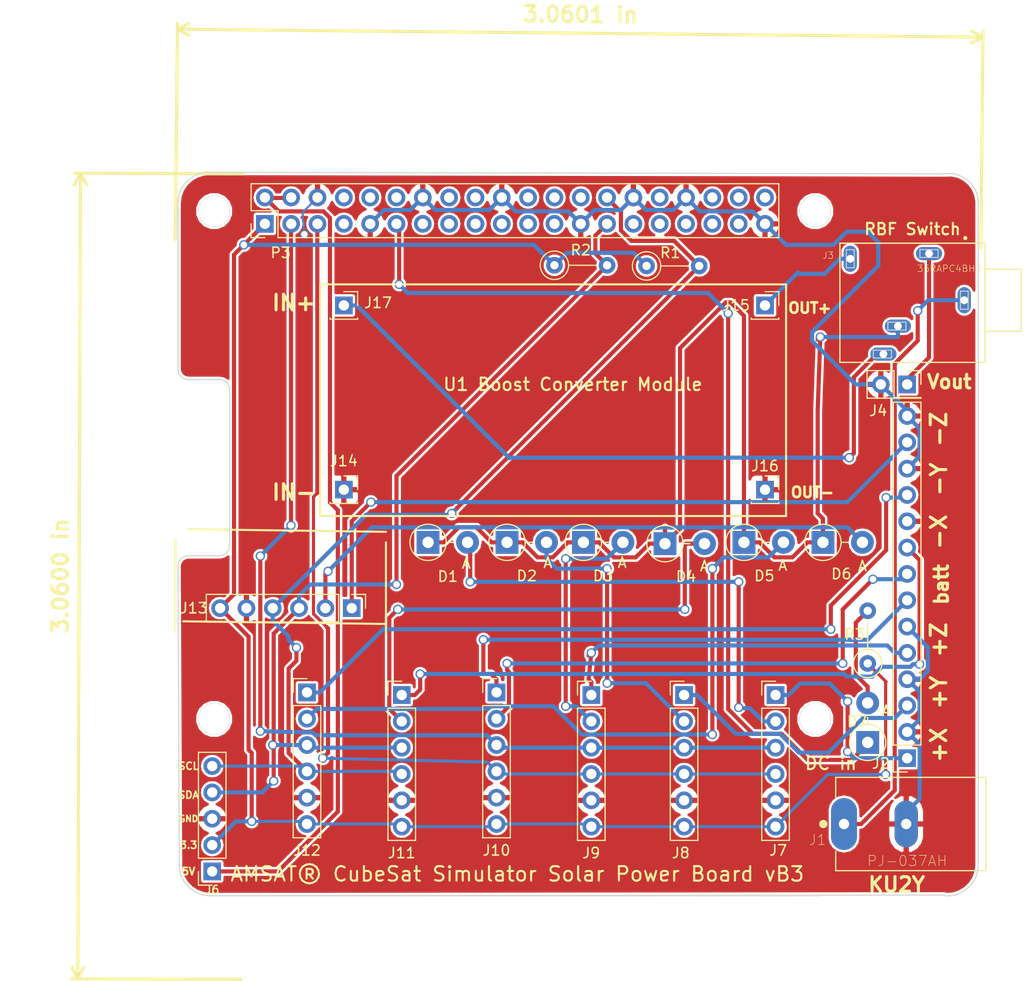
<source format=kicad_pcb>
(kicad_pcb (version 20171130) (host pcbnew "(5.0.1)-4")
  (title_block (title "AMSAT CubeSat Simulator Solar Power Board") (date "January 26, 2019") (rev B2.0) (company AMSAT) (comment 1 "Author: KU2Y"))
  (layers (0 F.Cu signal) (31 B.Cu signal) (34 B.Paste user hide) (35 F.Paste user hide) (36 B.SilkS user) (37 F.SilkS user) (38 B.Mask user) (39 F.Mask user) (44 Edge.Cuts user))
  (net 0 "")
  (net 1 GND)
  (net 2 +5V)
  (net 3 SDA_1)
  (net 4 SCL_1)
  (net 5 "Net-(D1-Pad1)")
  (net 6 VbattIn)
  (net 7 VbattOut)
  (net 8 +3V3)
  (net 9 "Net-(J15-Pad1)")
  (net 10 SDA_3)
  (net 11 SCL_3)
  (net 12 "Net-(J17-Pad1)")
  (net 13 "Net-(P3-Pad7)")
  (net 14 "Net-(P3-Pad8)")
  (net 15 "Net-(P3-Pad10)")
  (net 16 "Net-(P3-Pad12)")
  (net 17 "Net-(P3-Pad13)")
  (net 18 "Net-(P3-Pad15)")
  (net 19 "Net-(P3-Pad16)")
  (net 20 "Net-(P3-Pad17)")
  (net 21 "Net-(P3-Pad18)")
  (net 22 "Net-(P3-Pad19)")
  (net 23 "Net-(P3-Pad21)")
  (net 24 "Net-(P3-Pad22)")
  (net 25 "Net-(P3-Pad23)")
  (net 26 "Net-(P3-Pad24)")
  (net 27 "Net-(P3-Pad26)")
  (net 28 "Net-(P3-Pad29)")
  (net 29 "Net-(P3-Pad31)")
  (net 30 "Net-(P3-Pad32)")
  (net 31 "Net-(P3-Pad33)")
  (net 32 "Net-(P3-Pad35)")
  (net 33 "Net-(P3-Pad36)")
  (net 34 "Net-(P3-Pad37)")
  (net 35 "Net-(P3-Pad40)")
  (net 36 +Y_Out)
  (net 37 -Z_Out)
  (net 38 -X_Out)
  (net 39 +X_Out)
  (net 40 +Z_Out)
  (net 41 -Y_Out)
  (net 42 "Net-(J3-Pad5)")
  (net 43 -X_In)
  (net 44 -Y_In)
  (net 45 +Z_In)
  (net 46 +Y_In)
  (net 47 +X_In)
  (net 48 -Z_In)
  (net 49 "Net-(J1-Pad1)")
  (net 50 "Net-(D7-Pad2)")
  (net 51 "Net-(D7-Pad1)")
  (module Diode_THT:D_DO-41_SOD81_P3.81mm_Vertical_AnodeUp (layer F.Cu) (at 171.476 126.084 90)
    (fp_text reference D7 (at 2.032 -1.016) (layer F.SilkS))
    (fp_text value LED)
    (fp_text user A (at 3.048 1.778) (layer F.SilkS))
    (pad 1 thru_hole rect (at 0 0 90) (size 2.2 2.2) (drill 1.1) (layers *.Cu *.Mask) (net 51 "Net-(D7-Pad1)"))
    (pad 2 thru_hole oval (at 3.81 0 90) (size 2.2 2.2) (drill 1.1) (layers *.Cu *.Mask) (net 50 "Net-(D7-Pad2)"))
  )
  (module Resistor_THT:R_Axial_DIN0207_L6.3mm_D2.5mm_P5.08mm_Vertical (layer F.Cu) (at 171.476 118.464 90)
    (fp_text reference R3 (at 2.794 -1.27) (layer F.SilkS))
    (fp_text value 220)
    (pad 1 thru_hole circle (at 0 0 90) (size 1.6 1.6) (drill 0.8) (layers *.Cu *.Mask) (net 8 +3V3))
    (pad 2 thru_hole oval (at 5.08 0 90) (size 1.6 1.6) (drill 0.8) (layers *.Cu *.Mask) (net 50 "Net-(D7-Pad2)"))
  )
  (module Connector_PinHeader_2.54mm:PinHeader_1x06_P2.54mm_Vertical (layer F.Cu) (at 121.692 113.13 270)
    (fp_text reference J13 (at 0 15.24) (layer F.SilkS))
    (fp_text value "INA219 Sensor Board")
    (pad 1 thru_hole rect (at 0 0 270) (size 1.7 1.7) (drill 1) (layers *.Cu *.Mask) (net 48 -Z_In))
    (pad 2 thru_hole oval (at 0 2.54 270) (size 1.7 1.7) (drill 1) (layers *.Cu *.Mask) (net 37 -Z_Out))
    (pad 3 thru_hole oval (at 0 5.08 270) (size 1.7 1.7) (drill 1) (layers *.Cu *.Mask) (net 10 SDA_3))
    (pad 4 thru_hole oval (at 0 7.62 270) (size 1.7 1.7) (drill 1) (layers *.Cu *.Mask) (net 11 SCL_3))
    (pad 5 thru_hole oval (at 0 10.16 270) (size 1.7 1.7) (drill 1) (layers *.Cu *.Mask) (net 1 GND))
    (pad 6 thru_hole oval (at 0 12.7 270) (size 1.7 1.7) (drill 1) (layers *.Cu *.Mask) (net 8 +3V3))
  )
  (module Connector_PinSocket_2.54mm:PinSocket_1x01_P2.54mm_Vertical (layer F.Cu) (at 120.93 83.92)
    (fp_text reference J17 (at 3.302 -0.254) (layer F.SilkS))
    (fp_text value IN+)
    (pad 1 thru_hole rect (at 0 0) (size 1.7 1.7) (drill 1) (layers *.Cu *.Mask) (net 12 "Net-(J17-Pad1)"))
  )
  (module Connector_PinSocket_2.54mm:PinSocket_1x14_P2.54mm_Vertical (layer F.Cu) (at 175.286 127.608 180)
    (fp_text reference J2 (at 2.54 -0.508 180) (layer F.SilkS))
    (fp_text value CONN_01X14)
    (pad 1 thru_hole rect (at 0 0 180) (size 1.7 1.7) (drill 1) (layers *.Cu *.Mask) (net 47 +X_In))
    (pad 2 thru_hole oval (at 0 2.54 180) (size 1.7 1.7) (drill 1) (layers *.Cu *.Mask) (net 1 GND))
    (pad 3 thru_hole oval (at 0 5.08 180) (size 1.7 1.7) (drill 1) (layers *.Cu *.Mask) (net 46 +Y_In))
    (pad 4 thru_hole oval (at 0 7.62 180) (size 1.7 1.7) (drill 1) (layers *.Cu *.Mask) (net 1 GND))
    (pad 5 thru_hole oval (at 0 10.16 180) (size 1.7 1.7) (drill 1) (layers *.Cu *.Mask) (net 45 +Z_In))
    (pad 6 thru_hole oval (at 0 12.7 180) (size 1.7 1.7) (drill 1) (layers *.Cu *.Mask) (net 1 GND))
    (pad 7 thru_hole oval (at 0 15.24 180) (size 1.7 1.7) (drill 1) (layers *.Cu *.Mask) (net 6 VbattIn))
    (pad 8 thru_hole oval (at 0 17.78 180) (size 1.7 1.7) (drill 1) (layers *.Cu *.Mask) (net 7 VbattOut))
    (pad 9 thru_hole oval (at 0 20.32 180) (size 1.7 1.7) (drill 1) (layers *.Cu *.Mask) (net 43 -X_In))
    (pad 10 thru_hole oval (at 0 22.86 180) (size 1.7 1.7) (drill 1) (layers *.Cu *.Mask) (net 1 GND))
    (pad 11 thru_hole oval (at 0 25.4 180) (size 1.7 1.7) (drill 1) (layers *.Cu *.Mask) (net 44 -Y_In))
    (pad 12 thru_hole oval (at 0 27.94 180) (size 1.7 1.7) (drill 1) (layers *.Cu *.Mask) (net 1 GND))
    (pad 13 thru_hole oval (at 0 30.48 180) (size 1.7 1.7) (drill 1) (layers *.Cu *.Mask) (net 48 -Z_In))
    (pad 14 thru_hole oval (at 0 33.02 180) (size 1.7 1.7) (drill 1) (layers *.Cu *.Mask) (net 1 GND))
  )
  (module PJ-037AH:CUI_PJ-037AH (layer F.Cu) (at 169.19 133.958)
    (fp_text reference J1 (at -2.54 1.524) (layer F.SilkS) (effects (font (size 1.0005 1.0005) (thickness 0.05))))
    (fp_text value PJ-037AH (at 6.096 3.556) (layer F.SilkS) (effects (font (size 1.00056 1.00056) (thickness 0.05))))
    (fp_line (start 0.5 1.75) (end -0.5 1.75) (layer Edge.Cuts) (width 0.0001))
    (fp_line (start -0.5 1.75) (end -0.5 -1.75) (layer Edge.Cuts) (width 0.0001))
    (fp_line (start -0.5 -1.75) (end 0.5 -1.75) (layer Edge.Cuts) (width 0.0001))
    (fp_line (start 0.5 -1.75) (end 0.5 1.75) (layer Edge.Cuts) (width 0.0001))
    (fp_line (start 6.5 1.5) (end 5.5 1.5) (layer Edge.Cuts) (width 0.0001))
    (fp_line (start 5.5 1.5) (end 5.5 -1.5) (layer Edge.Cuts) (width 0.0001))
    (fp_line (start 5.5 -1.5) (end 6.5 -1.5) (layer Edge.Cuts) (width 0.0001))
    (fp_line (start 6.5 -1.5) (end 6.5 1.5) (layer Edge.Cuts) (width 0.0001))
    (pad 1 thru_hole oval (at 0 0 90) (size 5 2.5) (drill 1) (layers *.Cu *.Mask) (net 49 "Net-(J1-Pad1)"))
    (pad 2 thru_hole oval (at 6 0 90) (size 4.5 2.25) (drill 1) (layers *.Cu *.Mask) (net 1 GND))
  )
  (module 35RAPC4BH3:SWITCHCRAFT_35RAPC4BH3 (layer F.Cu) (at 175.794 83.666 180)
    (fp_text reference J3 (at 8.128 4.572 180) (layer F.SilkS) (effects (font (size 0.640304 0.640304) (thickness 0.05))))
    (fp_text value 35RAPC4BH3 (at -3.556 3.302 180) (layer F.SilkS) (effects (font (size 0.640559 0.640559) (thickness 0.05))))
    (fp_line (start -4.97 -0.13) (end -4.98 -0.13) (layer Edge.Cuts) (width 0.1))
    (fp_line (start -5.375 -0.625) (end -5.375 1.125) (layer Edge.Cuts) (width 0.1))
    (fp_line (start -5.375 1.125) (end -4.625 1.125) (layer Edge.Cuts) (width 0.1))
    (fp_line (start -4.625 1.125) (end -4.625 -0.625) (layer Edge.Cuts) (width 0.1))
    (fp_line (start -5.375 -0.625) (end -4.625 -0.625) (layer Edge.Cuts) (width 0.1))
    (fp_line (start -1.98 4.72) (end -1.98 4.73) (layer Edge.Cuts) (width 0.1))
    (fp_line (start -2.475 5.125) (end -0.725 5.125) (layer Edge.Cuts) (width 0.1))
    (fp_line (start -0.725 5.125) (end -0.725 4.375) (layer Edge.Cuts) (width 0.1))
    (fp_line (start -0.725 4.375) (end -2.475 4.375) (layer Edge.Cuts) (width 0.1))
    (fp_line (start -2.475 5.125) (end -2.475 4.375) (layer Edge.Cuts) (width 0.1))
    (fp_line (start 1.12 -2.28) (end 1.12 -2.27) (layer Edge.Cuts) (width 0.1))
    (fp_line (start 0.625 -1.875) (end 2.375 -1.875) (layer Edge.Cuts) (width 0.1))
    (fp_line (start 2.375 -1.875) (end 2.375 -2.625) (layer Edge.Cuts) (width 0.1))
    (fp_line (start 2.375 -2.625) (end 0.625 -2.625) (layer Edge.Cuts) (width 0.1))
    (fp_line (start 0.625 -1.875) (end 0.625 -2.625) (layer Edge.Cuts) (width 0.1))
    (fp_line (start 2.52 -4.98) (end 2.52 -4.97) (layer Edge.Cuts) (width 0.1))
    (fp_line (start 2.025 -4.575) (end 3.775 -4.575) (layer Edge.Cuts) (width 0.1))
    (fp_line (start 3.775 -4.575) (end 3.775 -5.325) (layer Edge.Cuts) (width 0.1))
    (fp_line (start 3.775 -5.325) (end 2.025 -5.325) (layer Edge.Cuts) (width 0.1))
    (fp_line (start 2.025 -4.575) (end 2.025 -5.325) (layer Edge.Cuts) (width 0.1))
    (fp_line (start 6.03 3.87) (end 6.02 3.87) (layer Edge.Cuts) (width 0.1))
    (fp_line (start 5.625 3.375) (end 5.625 5.125) (layer Edge.Cuts) (width 0.1))
    (fp_line (start 5.625 5.125) (end 6.375 5.125) (layer Edge.Cuts) (width 0.1))
    (fp_line (start 6.375 5.125) (end 6.375 3.375) (layer Edge.Cuts) (width 0.1))
    (fp_line (start 5.625 3.375) (end 6.375 3.375) (layer Edge.Cuts) (width 0.1))
    (pad 1 thru_hole oval (at -5 0.25 270) (size 2.516 1.258) (drill 0.75) (layers *.Cu *.Mask) (net 49 "Net-(J1-Pad1)"))
    (pad 2 thru_hole oval (at 2.8 -4.95) (size 2.516 1.258) (drill 0.75) (layers *.Cu *.Mask) (net 12 "Net-(J17-Pad1)"))
    (pad 3 thru_hole oval (at 1.4 -2.25) (size 2.516 1.258) (drill 0.75) (layers *.Cu *.Mask) (net 5 "Net-(D1-Pad1)"))
    (pad 4 thru_hole oval (at 6 4.25 90) (size 2.516 1.258) (drill 0.75) (layers *.Cu *.Mask) (net 9 "Net-(J15-Pad1)"))
    (pad 5 thru_hole oval (at -1.6 4.75 180) (size 2.516 1.258) (drill 0.75) (layers *.Cu *.Mask) (net 42 "Net-(J3-Pad5)"))
  )
  (module Diode_THT:D_DO-41_SOD81_P3.81mm_Vertical_AnodeUp (layer F.Cu) (at 167.158 106.78)
    (fp_text reference D6 (at 1.778 3.048) (layer F.SilkS))
    (fp_text value 1N5817)
    (fp_text user A (at 3.81 2.286) (layer F.SilkS))
    (pad 1 thru_hole rect (at 0 0) (size 2.2 2.2) (drill 1.1) (layers *.Cu *.Mask) (net 5 "Net-(D1-Pad1)"))
    (pad 2 thru_hole oval (at 3.81 0) (size 2.2 2.2) (drill 1.1) (layers *.Cu *.Mask) (net 37 -Z_Out))
  )
  (module Connector_PinHeader_2.54mm:PinHeader_2x20_P2.54mm_Vertical (layer F.Cu) (at 113.31 76.046 90)
    (fp_text reference P3 (at -2.794 1.524) (layer F.SilkS))
    (fp_text value "GPIO Male Extra Long (19mm) 20x2 Header Pins")
    (pad 1 thru_hole rect (at 0 0 90) (size 1.7 1.7) (drill 1) (layers *.Cu *.Mask) (net 8 +3V3))
    (pad 2 thru_hole oval (at 2.54 0 90) (size 1.7 1.7) (drill 1) (layers *.Cu *.Mask) (net 2 +5V))
    (pad 3 thru_hole oval (at 0 2.54 90) (size 1.7 1.7) (drill 1) (layers *.Cu *.Mask) (net 3 SDA_1))
    (pad 4 thru_hole oval (at 2.54 2.54 90) (size 1.7 1.7) (drill 1) (layers *.Cu *.Mask) (net 2 +5V))
    (pad 5 thru_hole oval (at 0 5.08 90) (size 1.7 1.7) (drill 1) (layers *.Cu *.Mask) (net 4 SCL_1))
    (pad 6 thru_hole oval (at 2.54 5.08 90) (size 1.7 1.7) (drill 1) (layers *.Cu *.Mask) (net 1 GND))
    (pad 7 thru_hole oval (at 0 7.62 90) (size 1.7 1.7) (drill 1) (layers *.Cu *.Mask) (net 13 "Net-(P3-Pad7)"))
    (pad 8 thru_hole oval (at 2.54 7.62 90) (size 1.7 1.7) (drill 1) (layers *.Cu *.Mask) (net 14 "Net-(P3-Pad8)"))
    (pad 9 thru_hole oval (at 0 10.16 90) (size 1.7 1.7) (drill 1) (layers *.Cu *.Mask) (net 1 GND))
    (pad 10 thru_hole oval (at 2.54 10.16 90) (size 1.7 1.7) (drill 1) (layers *.Cu *.Mask) (net 15 "Net-(P3-Pad10)"))
    (pad 11 thru_hole oval (at 0 12.7 90) (size 1.7 1.7) (drill 1) (layers *.Cu *.Mask) (net 51 "Net-(D7-Pad1)"))
    (pad 12 thru_hole oval (at 2.54 12.7 90) (size 1.7 1.7) (drill 1) (layers *.Cu *.Mask) (net 16 "Net-(P3-Pad12)"))
    (pad 13 thru_hole oval (at 0 15.24 90) (size 1.7 1.7) (drill 1) (layers *.Cu *.Mask) (net 17 "Net-(P3-Pad13)"))
    (pad 14 thru_hole oval (at 2.54 15.24 90) (size 1.7 1.7) (drill 1) (layers *.Cu *.Mask) (net 1 GND))
    (pad 15 thru_hole oval (at 0 17.78 90) (size 1.7 1.7) (drill 1) (layers *.Cu *.Mask) (net 18 "Net-(P3-Pad15)"))
    (pad 16 thru_hole oval (at 2.54 17.78 90) (size 1.7 1.7) (drill 1) (layers *.Cu *.Mask) (net 19 "Net-(P3-Pad16)"))
    (pad 17 thru_hole oval (at 0 20.32 90) (size 1.7 1.7) (drill 1) (layers *.Cu *.Mask) (net 20 "Net-(P3-Pad17)"))
    (pad 18 thru_hole oval (at 2.54 20.32 90) (size 1.7 1.7) (drill 1) (layers *.Cu *.Mask) (net 21 "Net-(P3-Pad18)"))
    (pad 19 thru_hole oval (at 0 22.86 90) (size 1.7 1.7) (drill 1) (layers *.Cu *.Mask) (net 22 "Net-(P3-Pad19)"))
    (pad 20 thru_hole oval (at 2.54 22.86 90) (size 1.7 1.7) (drill 1) (layers *.Cu *.Mask) (net 1 GND))
    (pad 21 thru_hole oval (at 0 25.4 90) (size 1.7 1.7) (drill 1) (layers *.Cu *.Mask) (net 23 "Net-(P3-Pad21)"))
    (pad 22 thru_hole oval (at 2.54 25.4 90) (size 1.7 1.7) (drill 1) (layers *.Cu *.Mask) (net 24 "Net-(P3-Pad22)"))
    (pad 23 thru_hole oval (at 0 27.94 90) (size 1.7 1.7) (drill 1) (layers *.Cu *.Mask) (net 25 "Net-(P3-Pad23)"))
    (pad 24 thru_hole oval (at 2.54 27.94 90) (size 1.7 1.7) (drill 1) (layers *.Cu *.Mask) (net 26 "Net-(P3-Pad24)"))
    (pad 25 thru_hole oval (at 0 30.48 90) (size 1.7 1.7) (drill 1) (layers *.Cu *.Mask) (net 1 GND))
    (pad 26 thru_hole oval (at 2.54 30.48 90) (size 1.7 1.7) (drill 1) (layers *.Cu *.Mask) (net 27 "Net-(P3-Pad26)"))
    (pad 27 thru_hole oval (at 0 33.02 90) (size 1.7 1.7) (drill 1) (layers *.Cu *.Mask) (net 10 SDA_3))
    (pad 28 thru_hole oval (at 2.54 33.02 90) (size 1.7 1.7) (drill 1) (layers *.Cu *.Mask) (net 11 SCL_3))
    (pad 29 thru_hole oval (at 0 35.56 90) (size 1.7 1.7) (drill 1) (layers *.Cu *.Mask) (net 28 "Net-(P3-Pad29)"))
    (pad 30 thru_hole oval (at 2.54 35.56 90) (size 1.7 1.7) (drill 1) (layers *.Cu *.Mask) (net 1 GND))
    (pad 31 thru_hole oval (at 0 38.1 90) (size 1.7 1.7) (drill 1) (layers *.Cu *.Mask) (net 29 "Net-(P3-Pad31)"))
    (pad 32 thru_hole oval (at 2.54 38.1 90) (size 1.7 1.7) (drill 1) (layers *.Cu *.Mask) (net 30 "Net-(P3-Pad32)"))
    (pad 33 thru_hole oval (at 0 40.64 90) (size 1.7 1.7) (drill 1) (layers *.Cu *.Mask) (net 31 "Net-(P3-Pad33)"))
    (pad 34 thru_hole oval (at 2.54 40.64 90) (size 1.7 1.7) (drill 1) (layers *.Cu *.Mask) (net 1 GND))
    (pad 35 thru_hole oval (at 0 43.18 90) (size 1.7 1.7) (drill 1) (layers *.Cu *.Mask) (net 32 "Net-(P3-Pad35)"))
    (pad 36 thru_hole oval (at 2.54 43.18 90) (size 1.7 1.7) (drill 1) (layers *.Cu *.Mask) (net 33 "Net-(P3-Pad36)"))
    (pad 37 thru_hole oval (at 0 45.72 90) (size 1.7 1.7) (drill 1) (layers *.Cu *.Mask) (net 34 "Net-(P3-Pad37)"))
    (pad 38 thru_hole oval (at 2.54 45.72 90) (size 1.7 1.7) (drill 1) (layers *.Cu *.Mask))
    (pad 39 thru_hole oval (at 0 48.26 90) (size 1.7 1.7) (drill 1) (layers *.Cu *.Mask) (net 1 GND))
    (pad 40 thru_hole oval (at 2.54 48.26 90) (size 1.7 1.7) (drill 1) (layers *.Cu *.Mask) (net 35 "Net-(P3-Pad40)"))
  )
  (module Connector_PinSocket_2.54mm:PinSocket_1x01_P2.54mm_Vertical (layer F.Cu) (at 120.93 101.7)
    (fp_text reference J14 (at 0 -2.77) (layer F.SilkS))
    (fp_text value IN-)
    (pad 1 thru_hole rect (at 0 0) (size 1.7 1.7) (drill 1) (layers *.Cu *.Mask) (net 1 GND))
  )
  (module Connector_PinSocket_2.54mm:PinSocket_1x01_P2.54mm_Vertical (layer F.Cu) (at 161.57 83.92)
    (fp_text reference J15 (at -2.794 0) (layer F.SilkS))
    (fp_text value OUT+)
    (pad 1 thru_hole rect (at 0 0) (size 1.7 1.7) (drill 1) (layers *.Cu *.Mask) (net 9 "Net-(J15-Pad1)"))
  )
  (module Connector_PinSocket_2.54mm:PinSocket_1x01_P2.54mm_Vertical (layer F.Cu) (at 161.57 101.7)
    (fp_text reference J16 (at 0 -2.286) (layer F.SilkS))
    (fp_text value OUT-)
    (pad 1 thru_hole rect (at 0 0) (size 1.7 1.7) (drill 1) (layers *.Cu *.Mask) (net 1 GND))
  )
  (module Connector_PinSocket_2.54mm:PinSocket_2x01_P2.54mm_Vertical (layer F.Cu) (at 175.286 91.54)
    (fp_text reference J4 (at -2.794 2.54) (layer F.SilkS))
    (fp_text value "Vout to MoPOWER")
    (pad 1 thru_hole rect (at 0 0) (size 1.7 1.7) (drill 1) (layers *.Cu *.Mask) (net 42 "Net-(J3-Pad5)"))
    (pad 2 thru_hole oval (at -2.54 0) (size 1.7 1.7) (drill 1) (layers *.Cu *.Mask) (net 1 GND))
  )
  (module Connector_PinHeader_2.54mm:PinHeader_1x06_P2.54mm_Vertical (layer F.Cu) (at 126.518 121.512)
    (fp_text reference J11 (at 0 15.24) (layer F.SilkS))
    (fp_text value "INA219 Sensor Board")
    (pad 1 thru_hole rect (at 0 0) (size 1.7 1.7) (drill 1) (layers *.Cu *.Mask) (net 43 -X_In))
    (pad 2 thru_hole oval (at 0 2.54) (size 1.7 1.7) (drill 1) (layers *.Cu *.Mask) (net 38 -X_Out))
    (pad 3 thru_hole oval (at 0 5.08) (size 1.7 1.7) (drill 1) (layers *.Cu *.Mask) (net 10 SDA_3))
    (pad 4 thru_hole oval (at 0 7.62) (size 1.7 1.7) (drill 1) (layers *.Cu *.Mask) (net 11 SCL_3))
    (pad 5 thru_hole oval (at 0 10.16) (size 1.7 1.7) (drill 1) (layers *.Cu *.Mask) (net 1 GND))
    (pad 6 thru_hole oval (at 0 12.7) (size 1.7 1.7) (drill 1) (layers *.Cu *.Mask) (net 8 +3V3))
  )
  (module Connector_PinSocket_2.54mm:PinSocket_1x05_P2.54mm_Vertical (layer F.Cu) (at 108.23 138.53 180)
    (fp_text reference J6 (at 0 -1.778 180) (layer F.SilkS) (effects (font (size 0.8 0.8))))
    (fp_text value "Expansion Interface")
    (pad 1 thru_hole rect (at 0 0 180) (size 1.7 1.7) (drill 1) (layers *.Cu *.Mask) (net 2 +5V))
    (pad 2 thru_hole oval (at 0 2.54 180) (size 1.7 1.7) (drill 1) (layers *.Cu *.Mask) (net 8 +3V3))
    (pad 3 thru_hole oval (at 0 5.08 180) (size 1.7 1.7) (drill 1) (layers *.Cu *.Mask) (net 1 GND))
    (pad 4 thru_hole oval (at 0 7.62 180) (size 1.7 1.7) (drill 1) (layers *.Cu *.Mask) (net 10 SDA_3))
    (pad 5 thru_hole oval (at 0 10.16 180) (size 1.7 1.7) (drill 1) (layers *.Cu *.Mask) (net 11 SCL_3))
  )
  (module Resistor_THT:R_Axial_DIN0207_L6.3mm_D2.5mm_P5.08mm_Vertical (layer F.Cu) (at 150.14 80.11)
    (fp_text reference R1 (at 2.286 -1.27) (layer F.SilkS))
    (fp_text value 4.7k)
    (pad 2 thru_hole oval (at 5.08 0) (size 1.6 1.6) (drill 0.8) (layers *.Cu *.Mask) (net 11 SCL_3))
    (pad 1 thru_hole circle (at 0 0) (size 1.6 1.6) (drill 0.8) (layers *.Cu *.Mask) (net 8 +3V3))
  )
  (module Resistor_THT:R_Axial_DIN0207_L6.3mm_D2.5mm_P5.08mm_Vertical (layer F.Cu) (at 141.25 80.0465)
    (fp_text reference R2 (at 2.54 -1.4605) (layer F.SilkS))
    (fp_text value 4.7k)
    (pad 1 thru_hole circle (at 0 0) (size 1.6 1.6) (drill 0.8) (layers *.Cu *.Mask) (net 8 +3V3))
    (pad 2 thru_hole oval (at 5.08 0) (size 1.6 1.6) (drill 0.8) (layers *.Cu *.Mask) (net 10 SDA_3))
  )
  (module Connector_PinHeader_2.54mm:PinHeader_1x06_P2.54mm_Vertical (layer F.Cu) (at 135.662 121.258)
    (fp_text reference J10 (at 0 15.24) (layer F.SilkS))
    (fp_text value "INA219 Sensor Board")
    (pad 1 thru_hole rect (at 0 0) (size 1.7 1.7) (drill 1) (layers *.Cu *.Mask) (net 6 VbattIn))
    (pad 2 thru_hole oval (at 0 2.54) (size 1.7 1.7) (drill 1) (layers *.Cu *.Mask) (net 7 VbattOut))
    (pad 3 thru_hole oval (at 0 5.08) (size 1.7 1.7) (drill 1) (layers *.Cu *.Mask) (net 3 SDA_1))
    (pad 4 thru_hole oval (at 0 7.62) (size 1.7 1.7) (drill 1) (layers *.Cu *.Mask) (net 4 SCL_1))
    (pad 5 thru_hole oval (at 0 10.16) (size 1.7 1.7) (drill 1) (layers *.Cu *.Mask) (net 1 GND))
    (pad 6 thru_hole oval (at 0 12.7) (size 1.7 1.7) (drill 1) (layers *.Cu *.Mask) (net 8 +3V3))
  )
  (module Connector_PinHeader_2.54mm:PinHeader_1x06_P2.54mm_Vertical (layer F.Cu) (at 117.374 121.258)
    (fp_text reference J12 (at 0 15.24) (layer F.SilkS))
    (fp_text value "INA219 Sensor Board")
    (pad 6 thru_hole oval (at 0 12.7) (size 1.7 1.7) (drill 1) (layers *.Cu *.Mask) (net 8 +3V3))
    (pad 5 thru_hole oval (at 0 10.16) (size 1.7 1.7) (drill 1) (layers *.Cu *.Mask) (net 1 GND))
    (pad 4 thru_hole oval (at 0 7.62) (size 1.7 1.7) (drill 1) (layers *.Cu *.Mask) (net 11 SCL_3))
    (pad 3 thru_hole oval (at 0 5.08) (size 1.7 1.7) (drill 1) (layers *.Cu *.Mask) (net 10 SDA_3))
    (pad 2 thru_hole oval (at 0 2.54) (size 1.7 1.7) (drill 1) (layers *.Cu *.Mask) (net 41 -Y_Out))
    (pad 1 thru_hole rect (at 0 0) (size 1.7 1.7) (drill 1) (layers *.Cu *.Mask) (net 44 -Y_In))
  )
  (module Connector_PinHeader_2.54mm:PinHeader_1x06_P2.54mm_Vertical (layer F.Cu) (at 153.7595 121.512)
    (fp_text reference J8 (at -0.3175 15.24) (layer F.SilkS))
    (fp_text value "INA219 Sensor Board")
    (pad 1 thru_hole rect (at 0 0) (size 1.7 1.7) (drill 1) (layers *.Cu *.Mask) (net 46 +Y_In))
    (pad 2 thru_hole oval (at 0 2.54) (size 1.7 1.7) (drill 1) (layers *.Cu *.Mask) (net 36 +Y_Out))
    (pad 3 thru_hole oval (at 0 5.08) (size 1.7 1.7) (drill 1) (layers *.Cu *.Mask) (net 3 SDA_1))
    (pad 4 thru_hole oval (at 0 7.62) (size 1.7 1.7) (drill 1) (layers *.Cu *.Mask) (net 4 SCL_1))
    (pad 5 thru_hole oval (at 0 10.16) (size 1.7 1.7) (drill 1) (layers *.Cu *.Mask) (net 1 GND))
    (pad 6 thru_hole oval (at 0 12.7) (size 1.7 1.7) (drill 1) (layers *.Cu *.Mask) (net 8 +3V3))
  )
  (module Connector_PinHeader_2.54mm:PinHeader_1x06_P2.54mm_Vertical (layer F.Cu) (at 162.586 121.512)
    (fp_text reference J7 (at 0.254 14.986) (layer F.SilkS))
    (fp_text value "INA219 Sensor Board")
    (pad 6 thru_hole oval (at 0 12.7) (size 1.7 1.7) (drill 1) (layers *.Cu *.Mask) (net 8 +3V3))
    (pad 5 thru_hole oval (at 0 10.16) (size 1.7 1.7) (drill 1) (layers *.Cu *.Mask) (net 1 GND))
    (pad 4 thru_hole oval (at 0 7.62) (size 1.7 1.7) (drill 1) (layers *.Cu *.Mask) (net 4 SCL_1))
    (pad 3 thru_hole oval (at 0 5.08) (size 1.7 1.7) (drill 1) (layers *.Cu *.Mask) (net 3 SDA_1))
    (pad 2 thru_hole oval (at 0 2.54) (size 1.7 1.7) (drill 1) (layers *.Cu *.Mask) (net 39 +X_Out))
    (pad 1 thru_hole rect (at 0 0) (size 1.7 1.7) (drill 1) (layers *.Cu *.Mask) (net 47 +X_In))
  )
  (module Connector_PinHeader_2.54mm:PinHeader_1x06_P2.54mm_Vertical (layer F.Cu) (at 144.806 121.512)
    (fp_text reference J9 (at 0 15.24) (layer F.SilkS))
    (fp_text value "INA219 Sensor Board")
    (pad 1 thru_hole rect (at 0 0) (size 1.7 1.7) (drill 1) (layers *.Cu *.Mask) (net 45 +Z_In))
    (pad 2 thru_hole oval (at 0 2.54) (size 1.7 1.7) (drill 1) (layers *.Cu *.Mask) (net 40 +Z_Out))
    (pad 3 thru_hole oval (at 0 5.08) (size 1.7 1.7) (drill 1) (layers *.Cu *.Mask) (net 3 SDA_1))
    (pad 4 thru_hole oval (at 0 7.62) (size 1.7 1.7) (drill 1) (layers *.Cu *.Mask) (net 4 SCL_1))
    (pad 5 thru_hole oval (at 0 10.16) (size 1.7 1.7) (drill 1) (layers *.Cu *.Mask) (net 1 GND))
    (pad 6 thru_hole oval (at 0 12.7) (size 1.7 1.7) (drill 1) (layers *.Cu *.Mask) (net 8 +3V3))
  )
  (module Diode_THT:D_DO-41_SOD81_P3.81mm_Vertical_AnodeUp (layer F.Cu) (at 151.918 106.907)
    (fp_text reference D4 (at 2.032 3.175) (layer F.SilkS))
    (fp_text value 1N5817)
    (fp_text user A (at 3.81 2.159) (layer F.SilkS))
    (pad 2 thru_hole oval (at 3.81 0) (size 2.2 2.2) (drill 1.1) (layers *.Cu *.Mask) (net 38 -X_Out))
    (pad 1 thru_hole rect (at 0 0) (size 2.2 2.2) (drill 1.1) (layers *.Cu *.Mask) (net 5 "Net-(D1-Pad1)"))
  )
  (module Diode_THT:D_DO-41_SOD81_P3.81mm_Vertical_AnodeUp (layer F.Cu) (at 144.044 106.78)
    (fp_text reference D3 (at 1.905 3.2385) (layer F.SilkS))
    (fp_text value 1N5817)
    (fp_text user A (at 3.7465 1.9685) (layer F.SilkS))
    (pad 1 thru_hole rect (at 0 0) (size 2.2 2.2) (drill 1.1) (layers *.Cu *.Mask) (net 5 "Net-(D1-Pad1)"))
    (pad 2 thru_hole oval (at 3.81 0) (size 2.2 2.2) (drill 1.1) (layers *.Cu *.Mask) (net 40 +Z_Out))
  )
  (module Diode_THT:D_DO-41_SOD81_P3.81mm_Vertical_AnodeUp (layer F.Cu) (at 159.538 106.78)
    (fp_text reference D5 (at 1.9685 3.2385) (layer F.SilkS))
    (fp_text value 1N5817)
    (fp_text user A (at 3.7465 2.2225) (layer F.SilkS))
    (pad 2 thru_hole oval (at 3.81 0) (size 2.2 2.2) (drill 1.1) (layers *.Cu *.Mask) (net 41 -Y_Out))
    (pad 1 thru_hole rect (at 0 0) (size 2.2 2.2) (drill 1.1) (layers *.Cu *.Mask) (net 5 "Net-(D1-Pad1)"))
  )
  (module Diode_THT:D_DO-41_SOD81_P3.81mm_Vertical_AnodeUp (layer F.Cu) (at 136.678 106.78)
    (fp_text reference D2 (at 1.905 3.2385) (layer F.SilkS))
    (fp_text value 1N5817)
    (fp_text user A (at 3.937 1.9685) (layer F.SilkS))
    (pad 1 thru_hole rect (at 0 0) (size 2.2 2.2) (drill 1.1) (layers *.Cu *.Mask) (net 5 "Net-(D1-Pad1)"))
    (pad 2 thru_hole oval (at 3.81 0) (size 2.2 2.2) (drill 1.1) (layers *.Cu *.Mask) (net 36 +Y_Out))
  )
  (module Diode_THT:D_DO-41_SOD81_P3.81mm_Vertical_AnodeUp (layer F.Cu) (at 129.058 106.78)
    (fp_text reference D1 (at 1.905 3.302) (layer F.SilkS))
    (fp_text value 1N5817)
    (fp_text user A (at 3.683 2.032) (layer F.SilkS))
    (pad 1 thru_hole rect (at 0 0) (size 2.2 2.2) (drill 1.1) (layers *.Cu *.Mask) (net 5 "Net-(D1-Pad1)"))
    (pad 2 thru_hole oval (at 3.81 0) (size 2.2 2.2) (drill 1.1) (layers *.Cu *.Mask) (net 39 +X_Out))
  )
  (module Mounting_Holes:MountingHole_3mm (layer F.Cu) (at 108.42 123.82)
    (fp_text reference REF** hide)
    (fp_text value MountingHole_3mm hide)
    (pad 1 thru_hole circle (at 0 0) (size 2.99974 2.99974) (drill 2.99974) (layers))
  )
  (module Mounting_Holes:MountingHole_3mm (layer F.Cu) (at 166.42 74.82)
    (fp_text reference REF** hide)
    (fp_text value MountingHole_3mm hide)
    (pad 1 thru_hole circle (at 0 0) (size 2.99974 2.99974) (drill 2.99974) (layers))
  )
  (module Mounting_Holes:MountingHole_3mm (layer F.Cu) (at 166.42 123.82)
    (fp_text reference REF** hide)
    (fp_text value MountingHole_3mm hide)
    (pad 1 thru_hole circle (at 0 0) (size 2.99974 2.99974) (drill 2.99974) (layers))
  )
  (module Mounting_Holes:MountingHole_3mm (layer F.Cu) (at 108.42 74.82)
    (fp_text reference REF** hide)
    (fp_text value MountingHole_3mm hide)
    (pad 1 thru_hole circle (at 0 0) (size 2.99974 2.99974) (drill 2.99974) (layers))
  )
  (gr_line (start 104.674 106.526) (end 104.674 115.416) (layer F.SilkS) (width 0.2))
  (gr_line (start 124.994 105.764) (end 105.944 105.51) (layer F.SilkS) (width 0.2))
  (gr_line (start 124.994 115.67) (end 124.994 106.78) (layer F.SilkS) (width 0.2))
  (gr_line (start 105.436 114.4) (end 124.994 114.654) (layer F.SilkS) (width 0.2))
  (gr_text "DC in" (at 167.92 128.116) (layer F.SilkS) (effects (font (size 1.2 1.2) (thickness 0.2))))
  (gr_text "RBF Switch\n" (at 175.794 76.554) (layer F.SilkS) (effects (font (size 1.1 1.1) (thickness 0.2))))
  (gr_text IN- (at 116.104 101.954) (layer F.SilkS) (effects (font (size 1.5 1.5) (thickness 0.3))))
  (gr_text "GND\n" (at 105.944 133.45) (layer F.SilkS) (effects (font (size 0.6 0.6))))
  (gr_text OUT+ (at 165.888 84.174) (layer F.SilkS) (effects (font (size 1 1) (thickness 0.25))))
  (gr_text OUT- (at 166.142 101.954) (layer F.SilkS) (effects (font (size 1 1) (thickness 0.25))))
  (gr_text IN+ (at 116.104 83.666) (layer F.SilkS) (effects (font (size 1.5 1.5) (thickness 0.3))))
  (gr_text SCL (at 105.944 128.37) (layer F.SilkS) (effects (font (size 0.7 0.7))))
  (gr_text SDA (at 105.944 131.164) (layer F.SilkS) (effects (font (size 0.7 0.7))))
  (gr_text "3.3\n" (at 105.944 135.99) (layer F.SilkS) (effects (font (size 0.7 0.7))))
  (gr_text 5V (at 105.944 138.53) (layer F.SilkS) (effects (font (size 0.7 0.7) (thickness 0.175))))
  (gr_text Vout (at 179.35 91.286) (layer F.SilkS) (effects (font (size 1.3 1.3) (thickness 0.3))))
  (gr_text -Z (at 178.334 95.858 90) (layer F.SilkS) (effects (font (size 1.5 1.5) (thickness 0.3))))
  (gr_text -Y (at 178.334 100.684 90) (layer F.SilkS) (effects (font (size 1.5 1.5) (thickness 0.3))))
  (gr_text -X (at 178.334 105.764 90) (layer F.SilkS) (effects (font (size 1.5 1.5) (thickness 0.3))))
  (gr_text batt (at 178.588 110.844 90) (layer F.SilkS) (effects (font (size 1.3 1.3) (thickness 0.3))))
  (gr_text "+Z\n" (at 178.334 116.178 90) (layer F.SilkS) (effects (font (size 1.5 1.5) (thickness 0.3))))
  (gr_text +Y (at 178.334 121.258 90) (layer F.SilkS) (effects (font (size 1.5 1.5) (thickness 0.3))))
  (gr_text +X (at 178.334 126.338 90) (layer F.SilkS) (effects (font (size 1.5 1.5) (thickness 0.3))))
  (gr_text KU2Y (at 174.27 139.8) (layer F.SilkS) (effects (font (size 1.4 1.4) (thickness 0.3))))
  (dimension 77.724415 (width 0.3) (layer F.SilkS) (gr_text "77.724 mm" (at 93.288238 110.023625 89.81275956) (layer F.SilkS) (effects (font (size 1.5 1.5) (thickness 0.3)))) (feature1 (pts (xy 111.024 148.944) (xy 94.67481 148.890571))) (feature2 (pts (xy 111.278 71.22) (xy 94.92881 71.166571))) (crossbar (pts (xy 95.515227 71.168488) (xy 95.261227 148.892488))) (arrow1a (pts (xy 95.261227 148.892488) (xy 94.678491 147.764074))) (arrow1b (pts (xy 95.261227 148.892488) (xy 95.851326 147.767907))) (arrow2a (pts (xy 95.515227 71.168488) (xy 94.925128 72.293069))) (arrow2b (pts (xy 95.515227 71.168488) (xy 96.097963 72.296902))))
  (dimension 77.727735 (width 0.3) (layer F.SilkS) (gr_text "77.728 mm" (at 143.755588 55.552974 359.4382947) (layer F.SilkS) (effects (font (size 1.5 1.5) (thickness 0.3)))) (feature1 (pts (xy 182.398 78.332) (xy 182.60275 57.447481))) (feature2 (pts (xy 104.674 77.57) (xy 104.87875 56.685481))) (crossbar (pts (xy 104.873001 57.271873) (xy 182.597001 58.033873))) (arrow1a (pts (xy 182.597001 58.033873) (xy 181.464802 58.609222))) (arrow1b (pts (xy 182.597001 58.033873) (xy 181.4763 57.436437))) (arrow2a (pts (xy 104.873001 57.271873) (xy 105.993702 57.869309))) (arrow2b (pts (xy 104.873001 57.271873) (xy 106.0052 56.696524))))
  (gr_text "AMSAT® CubeSat Simulator Solar Power Board vB3 " (at 138.202 138.784) (layer F.SilkS) (effects (font (size 1.4 1.4) (thickness 0.2))))
  (gr_text "U1 Boost Converter Module" (at 143.028 91.54) (layer F.SilkS) (effects (font (size 1.2 1.2) (thickness 0.2))))
  (gr_line (start 118.644 104.24) (end 118.644 81.888) (layer F.SilkS) (width 0.2))
  (gr_line (start 163.602 104.24) (end 118.644 104.24) (layer F.SilkS) (width 0.2))
  (gr_line (start 163.602 81.888) (end 163.602 104.24) (layer F.SilkS) (width 0.2))
  (gr_line (start 118.898 81.888) (end 163.602 81.888) (layer F.SilkS) (width 0.2))
  (gr_line (start 178.842 140.816) (end 114.127 140.8795) (angle 90) (layer Edge.Cuts) (width 0.1))
  (gr_arc (start 108.92 107.07) (end 109.92 107.07) (angle 90) (layer Edge.Cuts) (width 0.1))
  (gr_arc (start 108.0395 137.8795) (end 108.0395 140.8795) (angle 90) (layer Edge.Cuts) (width 0.1))
  (gr_line (start 104.92 109.07) (end 105.055 137.9585) (angle 90) (layer Edge.Cuts) (width 0.1))
  (gr_arc (start 105.92 109.07) (end 104.92 109.07) (angle 90) (layer Edge.Cuts) (width 0.1))
  (gr_line (start 108.92 108.07) (end 105.92 108.07) (angle 90) (layer Edge.Cuts) (width 0.1))
  (gr_line (start 104.92 90.07) (end 104.92 74.07) (angle 90) (layer Edge.Cuts) (width 0.1))
  (gr_line (start 109.92 92.07) (end 109.92 107.07) (angle 90) (layer Edge.Cuts) (width 0.1))
  (gr_line (start 105.92 91.07) (end 108.92 91.07) (angle 90) (layer Edge.Cuts) (width 0.1))
  (gr_arc (start 108.92 92.07) (end 108.92 91.07) (angle 90) (layer Edge.Cuts) (width 0.1))
  (gr_arc (start 105.92 90.07) (end 105.92 91.07) (angle 90) (layer Edge.Cuts) (width 0.1))
  (gr_line (start 166.9125 140.8795) (end 107.9125 140.8795) (angle 90) (layer Edge.Cuts) (width 0.1))
  (gr_line (start 182.144 73.76) (end 182.144 137.768) (angle 90) (layer Edge.Cuts) (width 0.1))
  (gr_line (start 107.92 71.07) (end 178.842 71.22) (angle 90) (layer Edge.Cuts) (width 0.1))
  (gr_arc (start 179.144 137.895) (end 182.144 137.895) (angle 95.74840963) (layer Edge.Cuts) (width 0.1))
  (gr_arc (start 107.92 74.07) (end 104.92 74.07) (angle 90) (layer Edge.Cuts) (width 0.1))
  (gr_arc (start 179.316179 74.014) (end 178.880135 71.22) (angle 98.87027952) (layer Edge.Cuts) (width 0.1))
  (segment (start 123.45 76.09) (end 123.45 76.32) (width 0.4) (layer F.Cu) (net 1))
  (segment (start 127.700001 74.355999) (end 128.55 73.506) (width 0.4) (layer B.Cu) (net 1))
  (segment (start 127.349999 74.706001) (end 127.700001 74.355999) (width 0.4) (layer B.Cu) (net 1))
  (segment (start 124.809999 74.706001) (end 127.349999 74.706001) (width 0.4) (layer B.Cu) (net 1))
  (segment (start 123.47 76.046) (end 124.809999 74.706001) (width 0.4) (layer B.Cu) (net 1))
  (segment (start 135.320001 74.355999) (end 136.17 73.506) (width 0.4) (layer B.Cu) (net 1))
  (segment (start 134.969999 74.706001) (end 135.320001 74.355999) (width 0.4) (layer B.Cu) (net 1))
  (segment (start 129.750001 74.706001) (end 134.969999 74.706001) (width 0.4) (layer B.Cu) (net 1))
  (segment (start 128.55 73.506) (end 129.750001 74.706001) (width 0.4) (layer B.Cu) (net 1))
  (segment (start 142.940001 75.196001) (end 143.79 76.046) (width 0.4) (layer B.Cu) (net 1))
  (segment (start 142.589999 74.845999) (end 142.940001 75.196001) (width 0.4) (layer B.Cu) (net 1))
  (segment (start 137.509999 74.845999) (end 142.589999 74.845999) (width 0.4) (layer B.Cu) (net 1))
  (segment (start 136.17 73.506) (end 137.509999 74.845999) (width 0.4) (layer B.Cu) (net 1))
  (segment (start 148.020001 74.355999) (end 148.87 73.506) (width 0.4) (layer B.Cu) (net 1))
  (segment (start 147.669999 74.706001) (end 148.020001 74.355999) (width 0.4) (layer B.Cu) (net 1))
  (segment (start 145.129999 74.706001) (end 147.669999 74.706001) (width 0.4) (layer B.Cu) (net 1))
  (segment (start 143.79 76.046) (end 145.129999 74.706001) (width 0.4) (layer B.Cu) (net 1))
  (segment (start 153.100001 74.355999) (end 153.95 73.506) (width 0.4) (layer B.Cu) (net 1))
  (segment (start 152.749999 74.706001) (end 153.100001 74.355999) (width 0.4) (layer B.Cu) (net 1))
  (segment (start 150.070001 74.706001) (end 152.749999 74.706001) (width 0.4) (layer B.Cu) (net 1))
  (segment (start 148.87 73.506) (end 150.070001 74.706001) (width 0.4) (layer B.Cu) (net 1))
  (segment (start 160.720001 75.196001) (end 161.57 76.046) (width 0.4) (layer B.Cu) (net 1))
  (segment (start 160.369999 74.845999) (end 160.720001 75.196001) (width 0.4) (layer B.Cu) (net 1))
  (segment (start 155.289999 74.845999) (end 160.369999 74.845999) (width 0.4) (layer B.Cu) (net 1))
  (segment (start 153.95 73.506) (end 155.289999 74.845999) (width 0.4) (layer B.Cu) (net 1))
  (segment (start 171.543919 91.54) (end 172.746 91.54) (width 0.4) (layer B.Cu) (net 1))
  (segment (start 166.109499 87.349361) (end 170.300138 91.54) (width 0.4) (layer B.Cu) (net 1))
  (segment (start 172.492 80.100471) (end 166.109499 86.482972) (width 0.4) (layer B.Cu) (net 1))
  (segment (start 163.602 78.078) (end 168.174 78.078) (width 0.4) (layer B.Cu) (net 1))
  (segment (start 161.57 76.046) (end 163.602 78.078) (width 0.4) (layer B.Cu) (net 1))
  (segment (start 170.300138 91.54) (end 171.543919 91.54) (width 0.4) (layer B.Cu) (net 1))
  (segment (start 168.174 78.078) (end 169.444 76.808) (width 0.4) (layer B.Cu) (net 1))
  (segment (start 169.444 76.808) (end 171.476 76.808) (width 0.4) (layer B.Cu) (net 1))
  (segment (start 171.476 76.808) (end 172.492 77.824) (width 0.4) (layer B.Cu) (net 1))
  (segment (start 166.109499 86.482972) (end 166.109499 87.349361) (width 0.4) (layer B.Cu) (net 1))
  (segment (start 172.492 77.824) (end 172.492 80.100471) (width 0.4) (layer B.Cu) (net 1))
  (segment (start 175.286 94.08) (end 175.286 94.588) (width 0.4) (layer B.Cu) (net 1))
  (segment (start 172.746 91.54) (end 175.286 94.08) (width 0.4) (layer B.Cu) (net 1))
  (segment (start 176.135999 125.917999) (end 175.286 125.068) (width 0.4) (layer B.Cu) (net 1))
  (segment (start 176.486001 126.268001) (end 176.135999 125.917999) (width 0.4) (layer B.Cu) (net 1))
  (segment (start 176.486001 131.536999) (end 176.486001 126.268001) (width 0.4) (layer B.Cu) (net 1))
  (segment (start 175.19 132.833) (end 176.486001 131.536999) (width 0.4) (layer B.Cu) (net 1))
  (segment (start 175.19 133.958) (end 175.19 132.833) (width 0.4) (layer B.Cu) (net 1))
  (segment (start 176.135999 120.837999) (end 175.286 119.988) (width 0.4) (layer B.Cu) (net 1))
  (segment (start 176.486001 121.188001) (end 176.135999 120.837999) (width 0.4) (layer B.Cu) (net 1))
  (segment (start 176.486001 123.867999) (end 176.486001 121.188001) (width 0.4) (layer B.Cu) (net 1))
  (segment (start 175.286 125.068) (end 176.486001 123.867999) (width 0.4) (layer B.Cu) (net 1))
  (segment (start 176.135999 115.757999) (end 175.286 114.908) (width 0.4) (layer B.Cu) (net 1))
  (segment (start 177.280502 116.902502) (end 176.135999 115.757999) (width 0.4) (layer B.Cu) (net 1))
  (segment (start 177.280502 119.195579) (end 177.280502 116.902502) (width 0.4) (layer B.Cu) (net 1))
  (segment (start 176.488081 119.988) (end 177.280502 119.195579) (width 0.4) (layer B.Cu) (net 1))
  (segment (start 175.286 119.988) (end 176.488081 119.988) (width 0.4) (layer B.Cu) (net 1))
  (segment (start 176.135999 98.818001) (end 175.286 99.668) (width 0.4) (layer B.Cu) (net 1))
  (segment (start 176.486001 98.467999) (end 176.135999 98.818001) (width 0.4) (layer B.Cu) (net 1))
  (segment (start 176.486001 95.788001) (end 176.486001 98.467999) (width 0.4) (layer B.Cu) (net 1))
  (segment (start 175.286 94.588) (end 176.486001 95.788001) (width 0.4) (layer B.Cu) (net 1))
  (segment (start 116.950001 74.945999) (end 117.12 77.062) (width 0.2) (layer B.Cu) (net 1))
  (segment (start 118.39 73.506) (end 116.950001 74.945999) (width 0.2) (layer B.Cu) (net 1))
  (segment (start 117.12 77.062) (end 116.950001 76.892001) (width 0.2) (layer B.Cu) (net 1))
  (segment (start 117.12 77.062) (end 116.950001 76.892001) (width 0.2) (layer B.Cu) (net 1))
  (via (at 117.12 77.062) (size 0.889) (drill 0.635) (layers F.Cu B.Cu) (net 1))
  (segment (start 113.29 73.55) (end 115.83 73.55) (width 0.4) (layer F.Cu) (net 2))
  (segment (start 114.578002 138.53) (end 111.532 138.53) (width 0.4) (layer F.Cu) (net 2))
  (segment (start 120.352001 132.756001) (end 114.578002 138.53) (width 0.4) (layer F.Cu) (net 2))
  (segment (start 113.31 73.506) (end 114.649999 74.845999) (width 0.4) (layer F.Cu) (net 2))
  (segment (start 114.649999 74.845999) (end 118.966001 74.845999) (width 0.4) (layer F.Cu) (net 2))
  (segment (start 118.966001 74.845999) (end 119.590001 75.469999) (width 0.4) (layer F.Cu) (net 2))
  (segment (start 119.590001 75.469999) (end 119.590001 102.92281) (width 0.4) (layer F.Cu) (net 2))
  (segment (start 111.532 138.53) (end 108.23 138.53) (width 0.4) (layer F.Cu) (net 2))
  (segment (start 119.590001 102.92281) (end 120.352001 103.68481) (width 0.4) (layer F.Cu) (net 2))
  (segment (start 120.352001 103.68481) (end 120.352001 132.756001) (width 0.4) (layer F.Cu) (net 2))
  (segment (start 115.83 105.145002) (end 115.83 105.145002) (width 0.4) (layer F.Cu) (net 3))
  (segment (start 161.383919 126.592) (end 153.7595 126.592) (width 0.4) (layer B.Cu) (net 3))
  (segment (start 162.586 126.592) (end 161.383919 126.592) (width 0.4) (layer B.Cu) (net 3))
  (segment (start 153.7595 126.592) (end 144.806 126.592) (width 0.4) (layer B.Cu) (net 3))
  (segment (start 135.916 126.592) (end 135.662 126.338) (width 0.4) (layer B.Cu) (net 3))
  (segment (start 144.806 126.592) (end 135.916 126.592) (width 0.4) (layer B.Cu) (net 3))
  (segment (start 117.950001 125.137999) (end 112.871999 124.998001) (width 0.4) (layer B.Cu) (net 3))
  (segment (start 118.204001 125.391999) (end 117.950001 125.137999) (width 0.4) (layer B.Cu) (net 3))
  (segment (start 135.662 126.338) (end 134.715999 125.391999) (width 0.4) (layer B.Cu) (net 3))
  (segment (start 134.715999 125.391999) (end 118.204001 125.391999) (width 0.4) (layer B.Cu) (net 3))
  (segment (start 112.871999 124.14138) (end 112.871999 108.103003) (width 0.4) (layer F.Cu) (net 3))
  (segment (start 112.871999 124.14138) (end 112.871999 124.998001) (width 0.4) (layer F.Cu) (net 3))
  (via (at 112.871999 124.998001) (size 0.889) (drill 0.635) (layers F.Cu B.Cu) (net 3))
  (segment (start 115.83 105.145002) (end 115.83 76.09) (width 0.4) (layer F.Cu) (net 3))
  (via (at 115.83 105.145002) (size 0.889) (drill 0.635) (layers F.Cu B.Cu) (net 3))
  (segment (start 112.871999 108.103003) (end 112.871999 108.103003) (width 0.4) (layer F.Cu) (net 3))
  (via (at 112.871999 108.103003) (size 0.889) (drill 0.635) (layers F.Cu B.Cu) (net 3))
  (segment (start 112.871999 108.103003) (end 115.83 105.145002) (width 0.4) (layer B.Cu) (net 3))
  (segment (start 118.37 102.024998) (end 118.37 76.09) (width 0.4) (layer F.Cu) (net 4))
  (segment (start 161.383919 129.132) (end 153.7595 129.132) (width 0.3) (layer B.Cu) (net 4))
  (segment (start 162.586 129.132) (end 161.383919 129.132) (width 0.3) (layer B.Cu) (net 4))
  (segment (start 152.557419 129.132) (end 144.806 129.132) (width 0.3) (layer B.Cu) (net 4))
  (segment (start 153.7595 129.132) (end 152.557419 129.132) (width 0.3) (layer B.Cu) (net 4))
  (segment (start 135.916 129.132) (end 135.662 128.878) (width 0.3) (layer B.Cu) (net 4))
  (segment (start 144.806 129.132) (end 135.916 129.132) (width 0.3) (layer B.Cu) (net 4))
  (segment (start 134.765999 127.981999) (end 118.898 127.608) (width 0.3) (layer B.Cu) (net 4))
  (segment (start 135.662 128.878) (end 134.765999 127.981999) (width 0.3) (layer B.Cu) (net 4))
  (segment (start 118.001999 102.392999) (end 118.37 102.024998) (width 0.3) (layer F.Cu) (net 4))
  (segment (start 118.001999 113.682001) (end 118.001999 102.392999) (width 0.3) (layer F.Cu) (net 4))
  (segment (start 119.271999 114.952001) (end 118.001999 113.682001) (width 0.3) (layer F.Cu) (net 4))
  (via (at 118.898 127.608) (size 0.889) (drill 0.635) (layers F.Cu B.Cu) (net 4))
  (segment (start 118.898 127.608) (end 119.406 127.1) (width 0.4) (layer F.Cu) (net 4))
  (segment (start 119.406 115.086002) (end 119.271999 114.952001) (width 0.4) (layer F.Cu) (net 4))
  (segment (start 119.406 127.1) (end 119.406 115.086002) (width 0.4) (layer F.Cu) (net 4))
  (segment (start 166.65 94.1) (end 166.904 86.968) (width 0.4) (layer F.Cu) (net 5))
  (segment (start 166.65 87.222) (end 166.904 86.968) (width 0.4) (layer F.Cu) (net 5))
  (segment (start 166.904 86.968) (end 166.65 87.222) (width 0.4) (layer F.Cu) (net 5))
  (via (at 166.904 86.968) (size 0.889) (drill 0.635) (layers F.Cu B.Cu) (net 5))
  (segment (start 174.394 86.945) (end 174.394 85.916) (width 0.4) (layer B.Cu) (net 5))
  (segment (start 174.371 86.968) (end 174.394 86.945) (width 0.4) (layer B.Cu) (net 5))
  (segment (start 166.904 86.968) (end 174.371 86.968) (width 0.4) (layer B.Cu) (net 5))
  (segment (start 135.178 106.78) (end 136.678 106.78) (width 0.4) (layer F.Cu) (net 5))
  (segment (start 133.727999 105.329999) (end 135.178 106.78) (width 0.4) (layer F.Cu) (net 5))
  (segment (start 132.008001 105.329999) (end 133.727999 105.329999) (width 0.4) (layer F.Cu) (net 5))
  (segment (start 130.558 106.78) (end 132.008001 105.329999) (width 0.4) (layer F.Cu) (net 5))
  (segment (start 129.058 106.78) (end 130.558 106.78) (width 0.4) (layer F.Cu) (net 5))
  (segment (start 142.544 106.78) (end 144.044 106.78) (width 0.4) (layer F.Cu) (net 5))
  (segment (start 141.093999 108.230001) (end 142.544 106.78) (width 0.4) (layer F.Cu) (net 5))
  (segment (start 139.628001 108.230001) (end 141.093999 108.230001) (width 0.4) (layer F.Cu) (net 5))
  (segment (start 138.178 106.78) (end 139.628001 108.230001) (width 0.4) (layer F.Cu) (net 5))
  (segment (start 136.678 106.78) (end 138.178 106.78) (width 0.4) (layer F.Cu) (net 5))
  (segment (start 150.418 106.907) (end 151.918 106.907) (width 0.4) (layer F.Cu) (net 5))
  (segment (start 149.094999 108.230001) (end 150.418 106.907) (width 0.4) (layer F.Cu) (net 5))
  (segment (start 146.994001 108.230001) (end 149.094999 108.230001) (width 0.4) (layer F.Cu) (net 5))
  (segment (start 145.544 106.78) (end 146.994001 108.230001) (width 0.4) (layer F.Cu) (net 5))
  (segment (start 144.044 106.78) (end 145.544 106.78) (width 0.4) (layer F.Cu) (net 5))
  (segment (start 151.918 106.907) (end 151.918 105.407) (width 0.4) (layer F.Cu) (net 5))
  (segment (start 159.538 105.28) (end 159.538 106.78) (width 0.4) (layer F.Cu) (net 5))
  (segment (start 159.538 84.920169) (end 159.538 105.28) (width 0.4) (layer F.Cu) (net 5))
  (segment (start 157.786179 83.62399) (end 158.241821 83.62399) (width 0.4) (layer F.Cu) (net 5))
  (segment (start 153.368001 88.042168) (end 157.786179 83.62399) (width 0.4) (layer F.Cu) (net 5))
  (segment (start 153.368001 105.456999) (end 153.368001 88.042168) (width 0.4) (layer F.Cu) (net 5))
  (segment (start 158.241821 83.62399) (end 159.538 84.920169) (width 0.4) (layer F.Cu) (net 5))
  (segment (start 151.918 106.907) (end 153.368001 105.456999) (width 0.4) (layer F.Cu) (net 5))
  (segment (start 165.658 106.78) (end 167.158 106.78) (width 0.4) (layer F.Cu) (net 5))
  (segment (start 164.207999 108.230001) (end 165.658 106.78) (width 0.4) (layer F.Cu) (net 5))
  (segment (start 162.488001 108.230001) (end 164.207999 108.230001) (width 0.4) (layer F.Cu) (net 5))
  (segment (start 161.038 106.78) (end 162.488001 108.230001) (width 0.4) (layer F.Cu) (net 5))
  (segment (start 159.538 106.78) (end 161.038 106.78) (width 0.4) (layer F.Cu) (net 5))
  (segment (start 167.158 104.748) (end 167.158 106.78) (width 0.4) (layer F.Cu) (net 5))
  (segment (start 166.65 94.1) (end 166.65 103.986) (width 0.4) (layer F.Cu) (net 5))
  (segment (start 167.158 104.494) (end 167.158 104.748) (width 0.4) (layer F.Cu) (net 5))
  (segment (start 166.65 103.986) (end 167.158 104.494) (width 0.4) (layer F.Cu) (net 5))
  (segment (start 134.392 115.924) (end 134.646 116.178) (width 0.4) (layer F.Cu) (net 6))
  (segment (start 134.392 116.178) (end 134.392 115.924) (width 0.4) (layer F.Cu) (net 6))
  (via (at 134.392 116.178) (size 0.889) (drill 0.635) (layers F.Cu B.Cu) (net 6))
  (segment (start 134.392 116.178) (end 134.392 119.48) (width 0.4) (layer F.Cu) (net 6))
  (segment (start 135.662 120.008) (end 135.662 121.258) (width 0.4) (layer F.Cu) (net 6))
  (segment (start 135.134 119.48) (end 135.662 120.008) (width 0.4) (layer F.Cu) (net 6))
  (segment (start 134.392 119.48) (end 135.134 119.48) (width 0.4) (layer F.Cu) (net 6))
  (segment (start 171.476 116.178) (end 169.698 116.178) (width 0.4) (layer B.Cu) (net 6))
  (segment (start 175.286 112.368) (end 171.476 116.178) (width 0.4) (layer B.Cu) (net 6))
  (segment (start 134.392 116.178) (end 169.698 116.178) (width 0.4) (layer B.Cu) (net 6))
  (segment (start 169.698 116.178) (end 169.952 116.178) (width 0.4) (layer B.Cu) (net 6))
  (segment (start 169.069383 118.464) (end 169.069383 118.464) (width 0.4) (layer B.Cu) (net 7))
  (segment (start 136.678 118.464) (end 136.678 118.464) (width 0.4) (layer B.Cu) (net 7))
  (via (at 136.678 118.464) (size 0.889) (drill 0.635) (layers F.Cu B.Cu) (net 7))
  (segment (start 136.678 119.092617) (end 136.678 118.464) (width 0.4) (layer F.Cu) (net 7))
  (segment (start 136.862001 119.276618) (end 136.678 119.092617) (width 0.4) (layer F.Cu) (net 7))
  (segment (start 136.862001 122.597999) (end 136.862001 119.276618) (width 0.4) (layer F.Cu) (net 7))
  (segment (start 135.662 123.798) (end 136.862001 122.597999) (width 0.4) (layer F.Cu) (net 7))
  (segment (start 169.069383 118.464) (end 136.678 118.464) (width 0.4) (layer B.Cu) (net 7))
  (via (at 169.069383 118.464) (size 0.889) (drill 0.635) (layers F.Cu B.Cu) (net 7))
  (segment (start 169.069383 118.464) (end 169.069383 113.250617) (width 0.4) (layer F.Cu) (net 7))
  (segment (start 169.069383 113.250617) (end 171.984 110.336) (width 0.4) (layer F.Cu) (net 7))
  (segment (start 171.984 110.336) (end 171.984 110.336) (width 0.4) (layer F.Cu) (net 7))
  (via (at 171.984 110.336) (size 0.889) (drill 0.635) (layers F.Cu B.Cu) (net 7))
  (segment (start 174.778 110.336) (end 175.286 109.828) (width 0.4) (layer B.Cu) (net 7))
  (segment (start 171.984 110.336) (end 174.778 110.336) (width 0.4) (layer B.Cu) (net 7))
  (segment (start 142.4565 78.84) (end 141.25 80.0465) (width 0.4) (layer B.Cu) (net 8))
  (segment (start 150.14 80.11) (end 148.87 78.84) (width 0.4) (layer B.Cu) (net 8))
  (segment (start 148.87 78.84) (end 142.4565 78.84) (width 0.4) (layer B.Cu) (net 8))
  (segment (start 114.9605 78.078) (end 139.2815 78.078) (width 0.4) (layer B.Cu) (net 8))
  (segment (start 139.2815 78.078) (end 141.25 80.0465) (width 0.4) (layer B.Cu) (net 8))
  (segment (start 114.9605 78.078) (end 111.278 78.078) (width 0.4) (layer B.Cu) (net 8))
  (segment (start 113.29 76.09) (end 113.29 76.574) (width 0.4) (layer F.Cu) (net 8))
  (segment (start 111.786 78.078) (end 111.786 78.078) (width 0.4) (layer B.Cu) (net 8))
  (segment (start 112.04 133.704) (end 112.04 133.704) (width 0.4) (layer F.Cu) (net 8))
  (via (at 112.04 133.704) (size 0.889) (drill 0.635) (layers F.Cu B.Cu) (net 8))
  (segment (start 110.516 133.704) (end 112.04 133.704) (width 0.4) (layer B.Cu) (net 8))
  (segment (start 108.23 135.99) (end 110.516 133.704) (width 0.4) (layer B.Cu) (net 8))
  (segment (start 111.786 78.078) (end 111.786 78.078) (width 0.4) (layer B.Cu) (net 8))
  (segment (start 117.12 133.704) (end 117.374 133.958) (width 0.3) (layer B.Cu) (net 8))
  (segment (start 112.04 133.704) (end 117.12 133.704) (width 0.3) (layer B.Cu) (net 8))
  (segment (start 126.264 133.958) (end 126.518 134.212) (width 0.3) (layer B.Cu) (net 8))
  (segment (start 117.374 133.958) (end 126.264 133.958) (width 0.3) (layer B.Cu) (net 8))
  (segment (start 135.408 134.212) (end 135.662 133.958) (width 0.3) (layer B.Cu) (net 8))
  (segment (start 126.518 134.212) (end 135.408 134.212) (width 0.3) (layer B.Cu) (net 8))
  (segment (start 144.552 133.958) (end 144.806 134.212) (width 0.3) (layer B.Cu) (net 8))
  (segment (start 135.662 133.958) (end 144.552 133.958) (width 0.3) (layer B.Cu) (net 8))
  (segment (start 146.008081 134.212) (end 153.7595 134.212) (width 0.3) (layer B.Cu) (net 8))
  (segment (start 144.806 134.212) (end 146.008081 134.212) (width 0.3) (layer B.Cu) (net 8))
  (segment (start 153.7595 134.212) (end 162.586 134.212) (width 0.3) (layer B.Cu) (net 8))
  (segment (start 167.61999 129.17801) (end 173.20799 129.17801) (width 0.3) (layer B.Cu) (net 8))
  (segment (start 162.586 134.212) (end 167.61999 129.17801) (width 0.3) (layer B.Cu) (net 8))
  (segment (start 171.476 118.464) (end 173.254 120.242) (width 0.3) (layer F.Cu) (net 8))
  (segment (start 173.20799 129.17801) (end 173.20799 129.17801) (width 0.3) (layer B.Cu) (net 8))
  (via (at 173.20799 129.17801) (size 0.889) (drill 0.635) (layers F.Cu B.Cu) (net 8))
  (segment (start 173.20799 120.28801) (end 173.254 120.242) (width 0.3) (layer F.Cu) (net 8))
  (segment (start 173.20799 129.17801) (end 173.20799 120.28801) (width 0.3) (layer F.Cu) (net 8))
  (segment (start 111.737952 115.875952) (end 108.992 113.13) (width 0.4) (layer F.Cu) (net 8))
  (segment (start 111.737952 126.797952) (end 111.737952 115.875952) (width 0.4) (layer F.Cu) (net 8))
  (segment (start 112.04 133.704) (end 112.04 127.1) (width 0.4) (layer F.Cu) (net 8))
  (segment (start 112.04 127.1) (end 111.737952 126.797952) (width 0.4) (layer F.Cu) (net 8))
  (segment (start 111.786 78.078) (end 111.278 78.078) (width 0.4) (layer B.Cu) (net 8))
  (segment (start 111.278 78.078) (end 111.786 78.078) (width 0.4) (layer B.Cu) (net 8))
  (via (at 111.278 78.078) (size 0.889) (drill 0.635) (layers F.Cu B.Cu) (net 8))
  (segment (start 111.278 78.078) (end 113.31 76.046) (width 0.4) (layer F.Cu) (net 8))
  (segment (start 109.841999 112.280001) (end 108.992 113.13) (width 0.4) (layer F.Cu) (net 8))
  (segment (start 110.331999 111.790001) (end 109.841999 112.280001) (width 0.4) (layer F.Cu) (net 8))
  (segment (start 110.331999 79.024001) (end 110.331999 111.790001) (width 0.4) (layer F.Cu) (net 8))
  (segment (start 111.278 78.078) (end 110.331999 79.024001) (width 0.4) (layer F.Cu) (net 8))
  (segment (start 161.57 83.92) (end 164.745 80.745) (width 0.4) (layer B.Cu) (net 9))
  (segment (start 168.765 79.416) (end 167.309 80.872) (width 0.4) (layer B.Cu) (net 9))
  (segment (start 169.794 79.416) (end 168.765 79.416) (width 0.4) (layer B.Cu) (net 9))
  (segment (start 164.872 80.872) (end 164.745 80.745) (width 0.4) (layer B.Cu) (net 9))
  (segment (start 167.309 80.872) (end 164.872 80.872) (width 0.4) (layer B.Cu) (net 9))
  (segment (start 114.159999 129.806001) (end 114.159999 129.806001) (width 0.4) (layer B.Cu) (net 10))
  (via (at 114.159999 129.806001) (size 0.889) (drill 0.635) (layers F.Cu B.Cu) (net 10))
  (segment (start 113.056 130.91) (end 114.159999 129.806001) (width 0.4) (layer B.Cu) (net 10))
  (segment (start 108.23 130.91) (end 113.056 130.91) (width 0.4) (layer B.Cu) (net 10))
  (segment (start 117.628 126.592) (end 117.374 126.338) (width 0.4) (layer B.Cu) (net 10))
  (segment (start 126.518 126.592) (end 117.628 126.592) (width 0.4) (layer B.Cu) (net 10))
  (segment (start 117.374 126.338) (end 114.072 126.338) (width 0.4) (layer B.Cu) (net 10))
  (segment (start 114.159999 115.582001) (end 116.612 113.13) (width 0.4) (layer F.Cu) (net 10))
  (segment (start 114.159999 129.806001) (end 114.159999 115.582001) (width 0.4) (layer F.Cu) (net 10))
  (segment (start 114.072 126.338) (end 114.072 126.338) (width 0.4) (layer B.Cu) (net 10))
  (via (at 114.072 126.338) (size 0.889) (drill 0.635) (layers F.Cu B.Cu) (net 10))
  (segment (start 116.612 111.927919) (end 117.695919 110.844) (width 0.4) (layer B.Cu) (net 10))
  (segment (start 116.612 113.13) (end 116.612 111.927919) (width 0.4) (layer B.Cu) (net 10))
  (segment (start 117.695919 110.844) (end 126.01 110.844) (width 0.4) (layer B.Cu) (net 10))
  (segment (start 126.01 110.844) (end 126.01 110.844) (width 0.4) (layer B.Cu) (net 10))
  (via (at 126.01 110.844) (size 0.889) (drill 0.635) (layers F.Cu B.Cu) (net 10))
  (segment (start 145.530001 80.846499) (end 146.33 80.0465) (width 0.4) (layer F.Cu) (net 10))
  (segment (start 126.01 110.844) (end 126.01 100.3665) (width 0.4) (layer F.Cu) (net 10))
  (segment (start 126.01 100.3665) (end 145.530001 80.846499) (width 0.4) (layer F.Cu) (net 10))
  (segment (start 145.19799 77.17801) (end 146.33 76.046) (width 0.4) (layer F.Cu) (net 10))
  (segment (start 146.33 80.0465) (end 145.19799 78.91449) (width 0.4) (layer F.Cu) (net 10))
  (segment (start 145.19799 78.91449) (end 145.19799 77.17801) (width 0.4) (layer F.Cu) (net 10))
  (segment (start 154.420001 80.909999) (end 155.22 80.11) (width 0.4) (layer F.Cu) (net 11))
  (segment (start 131.651001 103.678999) (end 131.651001 103.678999) (width 0.4) (layer F.Cu) (net 11))
  (segment (start 116.866 128.37) (end 117.374 128.878) (width 0.3) (layer B.Cu) (net 11))
  (segment (start 108.23 128.37) (end 116.866 128.37) (width 0.3) (layer B.Cu) (net 11))
  (segment (start 126.264 128.878) (end 126.518 129.132) (width 0.3) (layer B.Cu) (net 11))
  (segment (start 117.374 128.878) (end 126.264 128.878) (width 0.3) (layer B.Cu) (net 11))
  (segment (start 114.072 114.332081) (end 115.596 115.856081) (width 0.4) (layer B.Cu) (net 11))
  (segment (start 114.072 113.13) (end 114.072 114.332081) (width 0.4) (layer B.Cu) (net 11))
  (segment (start 115.596 115.856081) (end 115.596 115.856081) (width 0.4) (layer B.Cu) (net 11))
  (segment (start 115.596 115.856081) (end 115.596 115.856081) (width 0.4) (layer B.Cu) (net 11))
  (via (at 131.344 103.986) (size 0.889) (drill 0.635) (layers F.Cu B.Cu) (net 11))
  (segment (start 114.921999 112.280001) (end 114.072 113.13) (width 0.4) (layer B.Cu) (net 11))
  (segment (start 123.078502 104.123498) (end 114.921999 112.280001) (width 0.4) (layer B.Cu) (net 11))
  (segment (start 131.206502 104.123498) (end 123.078502 104.123498) (width 0.4) (layer B.Cu) (net 11))
  (segment (start 131.651001 103.678999) (end 131.206502 104.123498) (width 0.4) (layer B.Cu) (net 11))
  (segment (start 131.344 103.986) (end 131.852 103.478) (width 0.4) (layer F.Cu) (net 11))
  (segment (start 131.651001 103.678999) (end 131.852 103.478) (width 0.4) (layer F.Cu) (net 11))
  (segment (start 131.852 103.478) (end 154.420001 80.909999) (width 0.4) (layer F.Cu) (net 11))
  (segment (start 147.159999 74.399999) (end 146.31 73.55) (width 0.4) (layer F.Cu) (net 11))
  (segment (start 147.669999 74.909999) (end 147.159999 74.399999) (width 0.4) (layer F.Cu) (net 11))
  (segment (start 147.669999 76.686001) (end 147.669999 74.909999) (width 0.4) (layer F.Cu) (net 11))
  (segment (start 148.672418 77.68842) (end 147.669999 76.686001) (width 0.4) (layer F.Cu) (net 11))
  (segment (start 152.79842 77.68842) (end 148.672418 77.68842) (width 0.4) (layer F.Cu) (net 11))
  (segment (start 155.22 80.11) (end 152.79842 77.68842) (width 0.4) (layer F.Cu) (net 11))
  (segment (start 115.596 127.1) (end 117.374 128.878) (width 0.4) (layer F.Cu) (net 11))
  (segment (start 115.596 127.1) (end 115.596 118.972) (width 0.4) (layer F.Cu) (net 11))
  (segment (start 115.596 118.972) (end 116.358 118.21) (width 0.4) (layer F.Cu) (net 11))
  (segment (start 116.358 118.21) (end 116.358 116.94) (width 0.4) (layer F.Cu) (net 11))
  (segment (start 116.358 116.94) (end 116.358 116.686) (width 0.4) (layer F.Cu) (net 11))
  (via (at 116.358 116.94) (size 0.889) (drill 0.635) (layers F.Cu B.Cu) (net 11))
  (segment (start 115.596 116.178) (end 116.358 116.94) (width 0.4) (layer B.Cu) (net 11))
  (segment (start 115.596 115.856081) (end 115.596 116.178) (width 0.4) (layer B.Cu) (net 11))
  (segment (start 122.18 83.92) (end 120.93 83.92) (width 0.4) (layer B.Cu) (net 12))
  (segment (start 136.912 98.652) (end 122.18 83.92) (width 0.4) (layer B.Cu) (net 12))
  (segment (start 136.95401 98.60999) (end 136.912 98.652) (width 0.4) (layer B.Cu) (net 12))
  (segment (start 165.93001 98.60999) (end 165.634 98.60999) (width 0.4) (layer B.Cu) (net 12))
  (segment (start 165.634 98.60999) (end 136.95401 98.60999) (width 0.4) (layer B.Cu) (net 12))
  (segment (start 165.93001 98.60999) (end 169.698 98.60999) (width 0.4) (layer B.Cu) (net 12))
  (segment (start 169.698 98.60999) (end 169.90999 98.60999) (width 0.4) (layer B.Cu) (net 12))
  (via (at 169.698 98.60999) (size 0.889) (drill 0.635) (layers F.Cu B.Cu) (net 12))
  (segment (start 169.698 98.60999) (end 169.698 98.60999) (width 0.4) (layer B.Cu) (net 12))
  (via (at 169.698 98.60999) (size 0.889) (drill 0.635) (layers F.Cu B.Cu) (net 12))
  (segment (start 172.365 88.616) (end 172.994 88.616) (width 0.4) (layer F.Cu) (net 12))
  (segment (start 170.142499 90.838501) (end 172.365 88.616) (width 0.4) (layer F.Cu) (net 12))
  (segment (start 170.142499 98.165491) (end 170.142499 90.838501) (width 0.4) (layer F.Cu) (net 12))
  (segment (start 169.698 98.60999) (end 170.142499 98.165491) (width 0.4) (layer F.Cu) (net 12))
  (segment (start 146.33 109.32) (end 146.33 109.32) (width 0.4) (layer F.Cu) (net 36))
  (via (at 146.33 109.32) (size 0.889) (drill 0.635) (layers F.Cu B.Cu) (net 36))
  (segment (start 146.33 120.369) (end 146.33 120.369) (width 0.4) (layer F.Cu) (net 36))
  (segment (start 146.33 120.369) (end 146.33 118.21) (width 0.4) (layer F.Cu) (net 36))
  (segment (start 146.33 119.099) (end 146.33 118.21) (width 0.4) (layer F.Cu) (net 36))
  (segment (start 146.33 118.21) (end 146.33 109.32) (width 0.4) (layer F.Cu) (net 36))
  (segment (start 146.33 120.369) (end 146.33 119.48) (width 0.4) (layer F.Cu) (net 36))
  (via (at 146.33 120.369) (size 0.889) (drill 0.635) (layers F.Cu B.Cu) (net 36))
  (segment (start 150.0765 120.369) (end 153.7595 124.052) (width 0.4) (layer B.Cu) (net 36))
  (segment (start 146.33 120.369) (end 150.0765 120.369) (width 0.4) (layer B.Cu) (net 36))
  (segment (start 140.488 108.335634) (end 140.488 106.78) (width 0.4) (layer B.Cu) (net 36))
  (segment (start 141.472366 109.32) (end 140.488 108.335634) (width 0.4) (layer B.Cu) (net 36))
  (segment (start 146.33 109.32) (end 141.472366 109.32) (width 0.4) (layer B.Cu) (net 36))
  (segment (start 169.517999 105.329999) (end 123.650001 105.329999) (width 0.4) (layer B.Cu) (net 37))
  (segment (start 170.968 106.78) (end 169.517999 105.329999) (width 0.4) (layer B.Cu) (net 37))
  (segment (start 123.650001 105.329999) (end 119.406 109.574) (width 0.4) (layer B.Cu) (net 37))
  (segment (start 119.406 109.574) (end 119.406 109.574) (width 0.4) (layer B.Cu) (net 37))
  (via (at 119.406 109.574) (size 0.889) (drill 0.635) (layers F.Cu B.Cu) (net 37))
  (segment (start 119.152 109.828) (end 119.406 109.574) (width 0.4) (layer F.Cu) (net 37))
  (segment (start 119.152 113.13) (end 119.152 109.828) (width 0.4) (layer F.Cu) (net 37))
  (segment (start 126.130501 113.250501) (end 126.01 113.13) (width 0.4) (layer F.Cu) (net 38))
  (segment (start 126.130501 113.250501) (end 126.130501 113.250501) (width 0.4) (layer F.Cu) (net 38))
  (via (at 126.130501 113.250501) (size 0.889) (drill 0.635) (layers F.Cu B.Cu) (net 38))
  (segment (start 126.130501 113.250501) (end 126.130501 113.250501) (width 0.4) (layer F.Cu) (net 38))
  (via (at 126.130501 113.250501) (size 0.889) (drill 0.635) (layers F.Cu B.Cu) (net 38))
  (segment (start 126.130501 113.250501) (end 153.829499 113.250501) (width 0.4) (layer B.Cu) (net 38))
  (segment (start 153.829499 113.250501) (end 153.829499 113.250501) (width 0.4) (layer B.Cu) (net 38))
  (via (at 153.829499 113.250501) (size 0.889) (drill 0.635) (layers F.Cu B.Cu) (net 38))
  (segment (start 153.829499 113.250501) (end 153.829499 107.027501) (width 0.4) (layer F.Cu) (net 38))
  (segment (start 125.686002 113.695) (end 126.130501 113.250501) (width 0.4) (layer F.Cu) (net 38))
  (segment (start 125.317999 114.063003) (end 125.686002 113.695) (width 0.4) (layer F.Cu) (net 38))
  (segment (start 125.317999 122.851999) (end 125.317999 114.063003) (width 0.4) (layer F.Cu) (net 38))
  (segment (start 126.518 124.052) (end 125.317999 122.851999) (width 0.4) (layer F.Cu) (net 38))
  (segment (start 153.95 106.907) (end 155.728 106.907) (width 0.4) (layer F.Cu) (net 38))
  (segment (start 153.829499 107.027501) (end 153.95 106.907) (width 0.4) (layer F.Cu) (net 38))
  (segment (start 159.03 110.59) (end 159.03 110.59) (width 0.4) (layer F.Cu) (net 39))
  (via (at 159.03 110.59) (size 0.889) (drill 0.635) (layers F.Cu B.Cu) (net 39))
  (segment (start 159.03 111.218617) (end 159.03 110.59) (width 0.4) (layer F.Cu) (net 39))
  (segment (start 159.03 122.714081) (end 159.03 122.714081) (width 0.4) (layer F.Cu) (net 39))
  (segment (start 161.383919 124.052) (end 160.113919 122.782) (width 0.4) (layer B.Cu) (net 39))
  (segment (start 162.586 124.052) (end 161.383919 124.052) (width 0.4) (layer B.Cu) (net 39))
  (segment (start 160.113919 122.782) (end 159.03 122.782) (width 0.4) (layer B.Cu) (net 39))
  (segment (start 159.03 122.714081) (end 159.03 111.218617) (width 0.4) (layer F.Cu) (net 39))
  (via (at 159.03 122.714081) (size 0.889) (drill 0.635) (layers F.Cu B.Cu) (net 39))
  (segment (start 159.03 110.59) (end 133.122 110.59) (width 0.4) (layer B.Cu) (net 39))
  (segment (start 133.122 110.59) (end 133.122 110.59) (width 0.4) (layer B.Cu) (net 39))
  (via (at 133.122 110.59) (size 0.889) (drill 0.635) (layers F.Cu B.Cu) (net 39))
  (segment (start 133.122 107.034) (end 132.868 106.78) (width 0.4) (layer F.Cu) (net 39))
  (segment (start 133.122 110.59) (end 133.122 107.034) (width 0.4) (layer F.Cu) (net 39))
  (segment (start 142.335999 122.597999) (end 142.335999 122.597999) (width 0.4) (layer F.Cu) (net 40))
  (segment (start 142.335999 122.597999) (end 142.335999 108.361001) (width 0.4) (layer F.Cu) (net 40))
  (via (at 142.335999 122.597999) (size 0.889) (drill 0.635) (layers F.Cu B.Cu) (net 40))
  (segment (start 143.351999 122.597999) (end 144.806 124.052) (width 0.4) (layer B.Cu) (net 40))
  (segment (start 142.335999 122.597999) (end 143.351999 122.597999) (width 0.4) (layer B.Cu) (net 40))
  (segment (start 142.335999 108.361001) (end 142.335999 108.361001) (width 0.4) (layer F.Cu) (net 40))
  (via (at 142.335999 108.361001) (size 0.889) (drill 0.635) (layers F.Cu B.Cu) (net 40))
  (segment (start 146.272999 108.361001) (end 147.854 106.78) (width 0.4) (layer B.Cu) (net 40))
  (segment (start 142.335999 108.361001) (end 146.272999 108.361001) (width 0.4) (layer B.Cu) (net 40))
  (segment (start 162.84 107.161) (end 163.4115 106.5895) (width 0.4) (layer F.Cu) (net 41))
  (segment (start 141.160137 122.597999) (end 143.884138 125.322) (width 0.4) (layer B.Cu) (net 41))
  (segment (start 135.085999 122.597999) (end 141.160137 122.597999) (width 0.4) (layer B.Cu) (net 41))
  (segment (start 134.831999 122.851999) (end 135.085999 122.597999) (width 0.4) (layer B.Cu) (net 41))
  (segment (start 117.374 123.798) (end 118.320001 122.851999) (width 0.4) (layer B.Cu) (net 41))
  (segment (start 118.320001 122.851999) (end 134.831999 122.851999) (width 0.4) (layer B.Cu) (net 41))
  (segment (start 143.884138 125.322) (end 156.49 125.322) (width 0.4) (layer B.Cu) (net 41))
  (segment (start 156.49 125.322) (end 156.49 125.322) (width 0.4) (layer B.Cu) (net 41))
  (via (at 156.49 125.322) (size 0.889) (drill 0.635) (layers F.Cu B.Cu) (net 41))
  (segment (start 156.49 125.322) (end 156.49 111.954138) (width 0.4) (layer F.Cu) (net 41))
  (segment (start 156.49 111.954138) (end 156.49 109.32) (width 0.4) (layer F.Cu) (net 41))
  (segment (start 156.49 109.32) (end 156.49 109.32) (width 0.4) (layer F.Cu) (net 41))
  (via (at 156.49 109.32) (size 0.889) (drill 0.635) (layers F.Cu B.Cu) (net 41))
  (segment (start 156.49 109.32) (end 156.49 109.32) (width 0.4) (layer F.Cu) (net 41))
  (via (at 156.49 109.32) (size 0.889) (drill 0.635) (layers F.Cu B.Cu) (net 41))
  (segment (start 162.248001 107.879999) (end 163.348 106.78) (width 0.4) (layer B.Cu) (net 41))
  (segment (start 161.897999 108.230001) (end 162.248001 107.879999) (width 0.4) (layer B.Cu) (net 41))
  (segment (start 157.579999 108.230001) (end 161.897999 108.230001) (width 0.4) (layer B.Cu) (net 41))
  (segment (start 156.49 109.32) (end 157.579999 108.230001) (width 0.4) (layer B.Cu) (net 41))
  (segment (start 175.286 91.045008) (end 175.286 91.54) (width 0.4) (layer F.Cu) (net 42))
  (segment (start 177.394 88.937008) (end 175.286 91.045008) (width 0.4) (layer F.Cu) (net 42))
  (segment (start 177.394 78.916) (end 177.394 88.937008) (width 0.4) (layer F.Cu) (net 42))
  (segment (start 169.19 119.48) (end 128.296 119.48) (width 0.4) (layer B.Cu) (net 43))
  (segment (start 127.768 121.512) (end 128.296 120.984) (width 0.4) (layer F.Cu) (net 43))
  (segment (start 126.518 121.512) (end 127.768 121.512) (width 0.4) (layer F.Cu) (net 43))
  (segment (start 128.296 120.984) (end 128.296 119.48) (width 0.4) (layer F.Cu) (net 43))
  (segment (start 128.296 119.48) (end 128.276 119.48) (width 0.4) (layer B.Cu) (net 43))
  (via (at 128.296 119.48) (size 0.889) (drill 0.635) (layers F.Cu B.Cu) (net 43))
  (segment (start 176.486001 108.488001) (end 176.486001 118.533999) (width 0.4) (layer F.Cu) (net 43))
  (segment (start 175.286 107.288) (end 176.486001 108.488001) (width 0.4) (layer F.Cu) (net 43))
  (segment (start 176.486001 118.533999) (end 176.302 118.718) (width 0.4) (layer F.Cu) (net 43))
  (segment (start 176.486001 118.533999) (end 176.486001 118.533999) (width 0.4) (layer F.Cu) (net 43))
  (via (at 176.486001 118.533999) (size 0.889) (drill 0.635) (layers F.Cu B.Cu) (net 43))
  (segment (start 172.854003 118.787999) (end 171.908002 119.734) (width 0.4) (layer B.Cu) (net 43))
  (segment (start 175.603384 118.787999) (end 172.854003 118.787999) (width 0.4) (layer B.Cu) (net 43))
  (segment (start 176.486001 118.533999) (end 175.857384 118.533999) (width 0.4) (layer B.Cu) (net 43))
  (segment (start 175.857384 118.533999) (end 175.603384 118.787999) (width 0.4) (layer B.Cu) (net 43))
  (segment (start 169.444 119.734) (end 169.19 119.48) (width 0.4) (layer B.Cu) (net 43))
  (segment (start 171.908002 119.734) (end 169.444 119.734) (width 0.4) (layer B.Cu) (net 43))
  (segment (start 118.624 121.258) (end 124.72 115.162) (width 0.4) (layer B.Cu) (net 44))
  (segment (start 117.374 121.258) (end 118.624 121.258) (width 0.4) (layer B.Cu) (net 44))
  (segment (start 124.72 115.162) (end 167.92 115.162) (width 0.4) (layer B.Cu) (net 44))
  (segment (start 167.92 115.162) (end 167.92 115.162) (width 0.4) (layer B.Cu) (net 44))
  (via (at 167.92 115.162) (size 0.889) (drill 0.635) (layers F.Cu B.Cu) (net 44))
  (segment (start 167.92 115.162) (end 167.92 112.876) (width 0.4) (layer F.Cu) (net 44))
  (segment (start 167.92 112.876) (end 173.254 107.542) (width 0.4) (layer F.Cu) (net 44))
  (segment (start 173.254 107.542) (end 173.254 102.462) (width 0.4) (layer F.Cu) (net 44))
  (segment (start 173.254 102.462) (end 173.254 102.462) (width 0.4) (layer F.Cu) (net 44))
  (via (at 173.254 102.462) (size 0.889) (drill 0.635) (layers F.Cu B.Cu) (net 44))
  (segment (start 175.032 102.462) (end 175.286 102.208) (width 0.4) (layer B.Cu) (net 44))
  (segment (start 173.254 102.462) (end 175.032 102.462) (width 0.4) (layer B.Cu) (net 44))
  (segment (start 144.806 120.262) (end 144.552 120.008) (width 0.4) (layer F.Cu) (net 45))
  (segment (start 144.806 121.512) (end 144.806 120.262) (width 0.4) (layer F.Cu) (net 45))
  (segment (start 144.552 120.008) (end 144.806 117.448) (width 0.4) (layer F.Cu) (net 45))
  (segment (start 144.552 117.702) (end 144.806 117.448) (width 0.4) (layer F.Cu) (net 45))
  (segment (start 144.806 117.448) (end 144.552 117.702) (width 0.4) (layer F.Cu) (net 45))
  (via (at 144.806 117.448) (size 0.889) (drill 0.635) (layers F.Cu B.Cu) (net 45))
  (segment (start 174.083919 117.448) (end 175.286 117.448) (width 0.4) (layer B.Cu) (net 45))
  (segment (start 173.363929 116.72801) (end 174.083919 117.448) (width 0.4) (layer B.Cu) (net 45))
  (segment (start 145.52599 116.72801) (end 173.363929 116.72801) (width 0.4) (layer B.Cu) (net 45))
  (segment (start 144.806 117.448) (end 145.52599 116.72801) (width 0.4) (layer B.Cu) (net 45))
  (segment (start 163.022003 125.252001) (end 158.749501 125.252001) (width 0.4) (layer B.Cu) (net 46))
  (segment (start 167.68398 127.06901) (end 164.839012 127.06901) (width 0.4) (layer B.Cu) (net 46))
  (segment (start 164.839012 127.06901) (end 163.022003 125.252001) (width 0.4) (layer B.Cu) (net 46))
  (segment (start 171.028989 123.724001) (end 167.68398 127.06901) (width 0.4) (layer B.Cu) (net 46))
  (segment (start 158.749501 125.252001) (end 155.0095 121.512) (width 0.4) (layer B.Cu) (net 46))
  (segment (start 174.089999 123.724001) (end 171.028989 123.724001) (width 0.4) (layer B.Cu) (net 46))
  (segment (start 155.0095 121.512) (end 153.7595 121.512) (width 0.4) (layer B.Cu) (net 46))
  (segment (start 175.286 122.528) (end 174.089999 123.724001) (width 0.4) (layer B.Cu) (net 46))
  (segment (start 163.836 121.512) (end 162.586 121.512) (width 0.4) (layer B.Cu) (net 47))
  (segment (start 167.81098 120.39999) (end 164.94801 120.39999) (width 0.4) (layer B.Cu) (net 47))
  (segment (start 169.54001 122.12902) (end 169.54001 122.12902) (width 0.4) (layer B.Cu) (net 47))
  (segment (start 170.169998 127.608) (end 169.54001 126.978012) (width 0.4) (layer B.Cu) (net 47))
  (segment (start 164.94801 120.39999) (end 163.836 121.512) (width 0.4) (layer B.Cu) (net 47))
  (segment (start 175.286 127.608) (end 170.169998 127.608) (width 0.4) (layer B.Cu) (net 47))
  (segment (start 169.54001 126.978012) (end 169.54001 126.978012) (width 0.4) (layer B.Cu) (net 47))
  (via (at 169.54001 126.978012) (size 0.889) (drill 0.635) (layers F.Cu B.Cu) (net 47))
  (segment (start 169.54001 122.12902) (end 167.81098 120.39999) (width 0.4) (layer B.Cu) (net 47))
  (via (at 169.54001 122.12902) (size 0.889) (drill 0.635) (layers F.Cu B.Cu) (net 47))
  (segment (start 169.54001 122.757637) (end 169.54001 126.978012) (width 0.4) (layer F.Cu) (net 47))
  (segment (start 169.54001 122.12902) (end 169.54001 122.757637) (width 0.4) (layer F.Cu) (net 47))
  (segment (start 169.513999 102.900001) (end 123.539999 102.900001) (width 0.4) (layer B.Cu) (net 48))
  (segment (start 175.286 97.128) (end 169.513999 102.900001) (width 0.4) (layer B.Cu) (net 48))
  (segment (start 123.539999 102.900001) (end 123.539999 102.900001) (width 0.4) (layer B.Cu) (net 48))
  (via (at 123.539999 102.900001) (size 0.889) (drill 0.635) (layers F.Cu B.Cu) (net 48))
  (segment (start 121.692 104.748) (end 121.692 113.13) (width 0.4) (layer F.Cu) (net 48))
  (segment (start 123.539999 102.900001) (end 121.692 104.748) (width 0.4) (layer F.Cu) (net 48))
  (segment (start 174.085999 89.53753) (end 176.302 87.321529) (width 0.4) (layer F.Cu) (net 49))
  (segment (start 174.085999 130.712001) (end 174.085999 89.53753) (width 0.4) (layer F.Cu) (net 49))
  (segment (start 169.19 133.958) (end 170.84 133.958) (width 0.4) (layer F.Cu) (net 49))
  (segment (start 170.84 133.958) (end 174.085999 130.712001) (width 0.4) (layer F.Cu) (net 49))
  (segment (start 176.302 87.321529) (end 176.302 84.428) (width 0.4) (layer F.Cu) (net 49))
  (segment (start 176.302 84.428) (end 176.302 84.428) (width 0.4) (layer F.Cu) (net 49))
  (via (at 176.302 84.428) (size 0.889) (drill 0.635) (layers F.Cu B.Cu) (net 49))
  (segment (start 177.314 83.416) (end 180.794 83.416) (width 0.4) (layer B.Cu) (net 49))
  (segment (start 176.302 84.428) (end 177.314 83.416) (width 0.4) (layer B.Cu) (net 49))
  (segment (start 170.676001 114.183999) (end 171.476 113.384) (width 0.4) (layer F.Cu) (net 50))
  (segment (start 170.325999 114.534001) (end 170.676001 114.183999) (width 0.4) (layer F.Cu) (net 50))
  (segment (start 170.325999 119.568365) (end 170.325999 114.534001) (width 0.4) (layer F.Cu) (net 50))
  (segment (start 171.476 120.718366) (end 170.325999 119.568365) (width 0.4) (layer F.Cu) (net 50))
  (segment (start 171.476 122.274) (end 171.476 120.718366) (width 0.4) (layer F.Cu) (net 50))
  (segment (start 160.392058 125.252001) (end 158.014 122.873943) (width 0.4) (layer F.Cu) (net 51))
  (segment (start 163.162001 125.252001) (end 160.392058 125.252001) (width 0.4) (layer F.Cu) (net 51))
  (segment (start 165.682513 127.772513) (end 163.162001 125.252001) (width 0.4) (layer F.Cu) (net 51))
  (segment (start 169.921371 127.772513) (end 165.682513 127.772513) (width 0.4) (layer F.Cu) (net 51))
  (segment (start 171.476 126.084) (end 171.476 126.217884) (width 0.4) (layer F.Cu) (net 51))
  (segment (start 171.476 126.217884) (end 169.921371 127.772513) (width 0.4) (layer F.Cu) (net 51))
  (segment (start 158.014 122.873943) (end 158.014 84.682) (width 0.4) (layer F.Cu) (net 51))
  (segment (start 158.014 84.682) (end 158.014 84.174) (width 0.4) (layer F.Cu) (net 51))
  (via (at 158.014 84.682) (size 0.889) (drill 0.635) (layers F.Cu B.Cu) (net 51))
  (segment (start 156.051999 82.719999) (end 127.095999 82.719999) (width 0.4) (layer B.Cu) (net 51))
  (segment (start 158.014 84.682) (end 156.051999 82.719999) (width 0.4) (layer B.Cu) (net 51))
  (segment (start 127.095999 82.719999) (end 126.264 81.888) (width 0.4) (layer B.Cu) (net 51))
  (segment (start 126.264 81.888) (end 126.264 81.888) (width 0.4) (layer B.Cu) (net 51))
  (via (at 126.264 81.888) (size 0.889) (drill 0.635) (layers F.Cu B.Cu) (net 51))
  (segment (start 126.264 76.3) (end 126.01 76.046) (width 0.4) (layer F.Cu) (net 51))
  (segment (start 126.264 81.888) (end 126.264 76.3) (width 0.4) (layer F.Cu) (net 51))
  (zone (net 1) (net_name GND) (layer F.Cu) (connect_pads (clearance 0.23)) (min_thickness 0.254) (fill yes (arc_segments 16) (thermal_gap 0.508) (thermal_bridge_width 0.508))
    (polygon (pts (xy 182.906 140.816) (xy 104.928 141.324) (xy 104.674 71.22) (xy 183.414 71.22)))
  )
)
</source>
